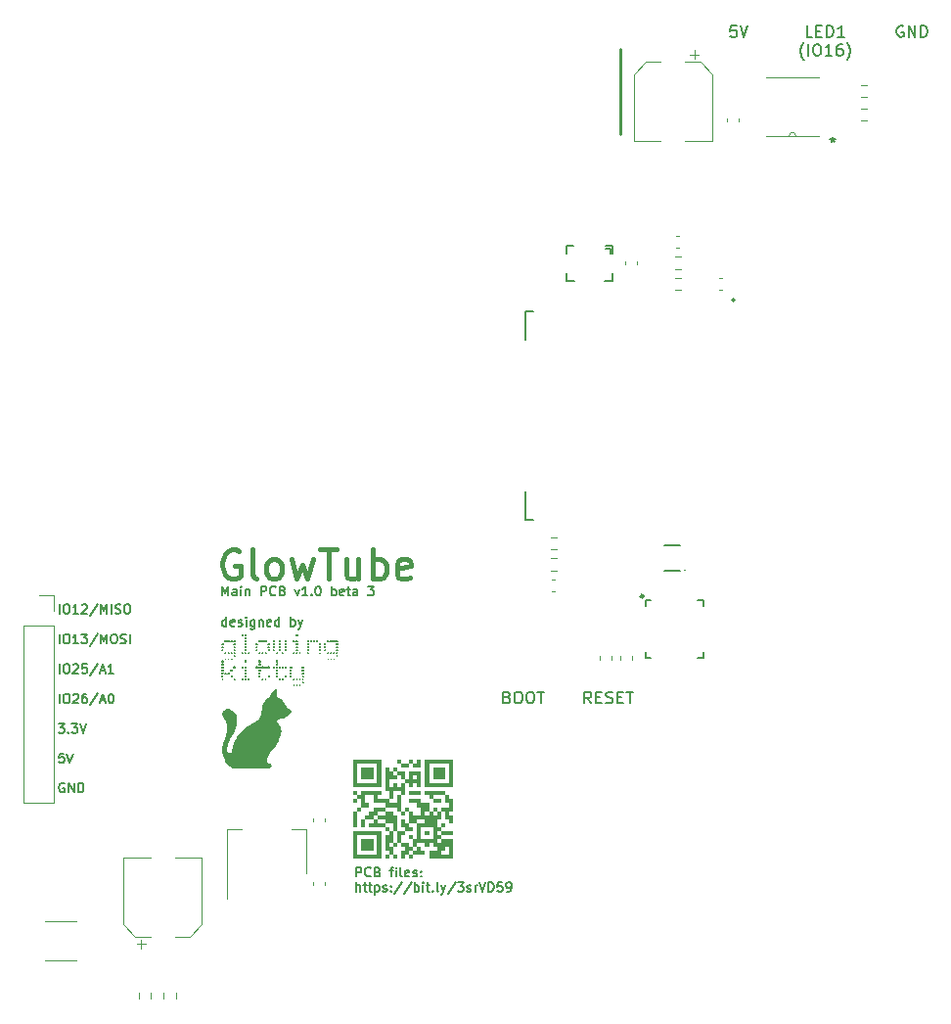
<source format=gbr>
%TF.GenerationSoftware,KiCad,Pcbnew,(6.0.4-0)*%
%TF.CreationDate,2022-05-27T09:48:09+02:00*%
%TF.ProjectId,GlowTube,476c6f77-5475-4626-952e-6b696361645f,rev?*%
%TF.SameCoordinates,Original*%
%TF.FileFunction,Legend,Top*%
%TF.FilePolarity,Positive*%
%FSLAX46Y46*%
G04 Gerber Fmt 4.6, Leading zero omitted, Abs format (unit mm)*
G04 Created by KiCad (PCBNEW (6.0.4-0)) date 2022-05-27 09:48:09*
%MOMM*%
%LPD*%
G01*
G04 APERTURE LIST*
%ADD10C,0.150000*%
%ADD11C,0.400000*%
%ADD12C,0.120000*%
%ADD13C,0.250000*%
%ADD14C,0.200000*%
%ADD15C,0.059995*%
%ADD16C,0.127000*%
%ADD17C,0.254001*%
%ADD18C,0.151994*%
G04 APERTURE END LIST*
D10*
X105416376Y-134618304D02*
X105416376Y-133818304D01*
X105683042Y-134389733D01*
X105949709Y-133818304D01*
X105949709Y-134618304D01*
X106673519Y-134618304D02*
X106673519Y-134199257D01*
X106635423Y-134123066D01*
X106559233Y-134084971D01*
X106406852Y-134084971D01*
X106330661Y-134123066D01*
X106673519Y-134580209D02*
X106597328Y-134618304D01*
X106406852Y-134618304D01*
X106330661Y-134580209D01*
X106292566Y-134504019D01*
X106292566Y-134427828D01*
X106330661Y-134351638D01*
X106406852Y-134313542D01*
X106597328Y-134313542D01*
X106673519Y-134275447D01*
X107054471Y-134618304D02*
X107054471Y-134084971D01*
X107054471Y-133818304D02*
X107016376Y-133856400D01*
X107054471Y-133894495D01*
X107092566Y-133856400D01*
X107054471Y-133818304D01*
X107054471Y-133894495D01*
X107435423Y-134084971D02*
X107435423Y-134618304D01*
X107435423Y-134161161D02*
X107473519Y-134123066D01*
X107549709Y-134084971D01*
X107663995Y-134084971D01*
X107740185Y-134123066D01*
X107778280Y-134199257D01*
X107778280Y-134618304D01*
X108768757Y-134618304D02*
X108768757Y-133818304D01*
X109073519Y-133818304D01*
X109149709Y-133856400D01*
X109187804Y-133894495D01*
X109225900Y-133970685D01*
X109225900Y-134084971D01*
X109187804Y-134161161D01*
X109149709Y-134199257D01*
X109073519Y-134237352D01*
X108768757Y-134237352D01*
X110025900Y-134542114D02*
X109987804Y-134580209D01*
X109873519Y-134618304D01*
X109797328Y-134618304D01*
X109683042Y-134580209D01*
X109606852Y-134504019D01*
X109568757Y-134427828D01*
X109530661Y-134275447D01*
X109530661Y-134161161D01*
X109568757Y-134008780D01*
X109606852Y-133932590D01*
X109683042Y-133856400D01*
X109797328Y-133818304D01*
X109873519Y-133818304D01*
X109987804Y-133856400D01*
X110025900Y-133894495D01*
X110635423Y-134199257D02*
X110749709Y-134237352D01*
X110787804Y-134275447D01*
X110825900Y-134351638D01*
X110825900Y-134465923D01*
X110787804Y-134542114D01*
X110749709Y-134580209D01*
X110673519Y-134618304D01*
X110368757Y-134618304D01*
X110368757Y-133818304D01*
X110635423Y-133818304D01*
X110711614Y-133856400D01*
X110749709Y-133894495D01*
X110787804Y-133970685D01*
X110787804Y-134046876D01*
X110749709Y-134123066D01*
X110711614Y-134161161D01*
X110635423Y-134199257D01*
X110368757Y-134199257D01*
X111702090Y-134084971D02*
X111892566Y-134618304D01*
X112083042Y-134084971D01*
X112806852Y-134618304D02*
X112349709Y-134618304D01*
X112578280Y-134618304D02*
X112578280Y-133818304D01*
X112502090Y-133932590D01*
X112425900Y-134008780D01*
X112349709Y-134046876D01*
X113149709Y-134542114D02*
X113187804Y-134580209D01*
X113149709Y-134618304D01*
X113111614Y-134580209D01*
X113149709Y-134542114D01*
X113149709Y-134618304D01*
X113683042Y-133818304D02*
X113759233Y-133818304D01*
X113835423Y-133856400D01*
X113873519Y-133894495D01*
X113911614Y-133970685D01*
X113949709Y-134123066D01*
X113949709Y-134313542D01*
X113911614Y-134465923D01*
X113873519Y-134542114D01*
X113835423Y-134580209D01*
X113759233Y-134618304D01*
X113683042Y-134618304D01*
X113606852Y-134580209D01*
X113568757Y-134542114D01*
X113530661Y-134465923D01*
X113492566Y-134313542D01*
X113492566Y-134123066D01*
X113530661Y-133970685D01*
X113568757Y-133894495D01*
X113606852Y-133856400D01*
X113683042Y-133818304D01*
X114902090Y-134618304D02*
X114902090Y-133818304D01*
X114902090Y-134123066D02*
X114978280Y-134084971D01*
X115130661Y-134084971D01*
X115206852Y-134123066D01*
X115244947Y-134161161D01*
X115283042Y-134237352D01*
X115283042Y-134465923D01*
X115244947Y-134542114D01*
X115206852Y-134580209D01*
X115130661Y-134618304D01*
X114978280Y-134618304D01*
X114902090Y-134580209D01*
X115930661Y-134580209D02*
X115854471Y-134618304D01*
X115702090Y-134618304D01*
X115625900Y-134580209D01*
X115587804Y-134504019D01*
X115587804Y-134199257D01*
X115625900Y-134123066D01*
X115702090Y-134084971D01*
X115854471Y-134084971D01*
X115930661Y-134123066D01*
X115968757Y-134199257D01*
X115968757Y-134275447D01*
X115587804Y-134351638D01*
X116197328Y-134084971D02*
X116502090Y-134084971D01*
X116311614Y-133818304D02*
X116311614Y-134504019D01*
X116349709Y-134580209D01*
X116425900Y-134618304D01*
X116502090Y-134618304D01*
X117111614Y-134618304D02*
X117111614Y-134199257D01*
X117073519Y-134123066D01*
X116997328Y-134084971D01*
X116844947Y-134084971D01*
X116768757Y-134123066D01*
X117111614Y-134580209D02*
X117035423Y-134618304D01*
X116844947Y-134618304D01*
X116768757Y-134580209D01*
X116730661Y-134504019D01*
X116730661Y-134427828D01*
X116768757Y-134351638D01*
X116844947Y-134313542D01*
X117035423Y-134313542D01*
X117111614Y-134275447D01*
X118025900Y-133818304D02*
X118521138Y-133818304D01*
X118254471Y-134123066D01*
X118368757Y-134123066D01*
X118444947Y-134161161D01*
X118483042Y-134199257D01*
X118521138Y-134275447D01*
X118521138Y-134465923D01*
X118483042Y-134542114D01*
X118444947Y-134580209D01*
X118368757Y-134618304D01*
X118140185Y-134618304D01*
X118063995Y-134580209D01*
X118025900Y-134542114D01*
X91327976Y-136183904D02*
X91327976Y-135383904D01*
X91861309Y-135383904D02*
X92013690Y-135383904D01*
X92089880Y-135422000D01*
X92166071Y-135498190D01*
X92204166Y-135650571D01*
X92204166Y-135917238D01*
X92166071Y-136069619D01*
X92089880Y-136145809D01*
X92013690Y-136183904D01*
X91861309Y-136183904D01*
X91785119Y-136145809D01*
X91708928Y-136069619D01*
X91670833Y-135917238D01*
X91670833Y-135650571D01*
X91708928Y-135498190D01*
X91785119Y-135422000D01*
X91861309Y-135383904D01*
X92966071Y-136183904D02*
X92508928Y-136183904D01*
X92737500Y-136183904D02*
X92737500Y-135383904D01*
X92661309Y-135498190D01*
X92585119Y-135574380D01*
X92508928Y-135612476D01*
X93270833Y-135460095D02*
X93308928Y-135422000D01*
X93385119Y-135383904D01*
X93575595Y-135383904D01*
X93651785Y-135422000D01*
X93689880Y-135460095D01*
X93727976Y-135536285D01*
X93727976Y-135612476D01*
X93689880Y-135726761D01*
X93232738Y-136183904D01*
X93727976Y-136183904D01*
X94642261Y-135345809D02*
X93956547Y-136374380D01*
X94908928Y-136183904D02*
X94908928Y-135383904D01*
X95175595Y-135955333D01*
X95442261Y-135383904D01*
X95442261Y-136183904D01*
X95823214Y-136183904D02*
X95823214Y-135383904D01*
X96166071Y-136145809D02*
X96280357Y-136183904D01*
X96470833Y-136183904D01*
X96547023Y-136145809D01*
X96585119Y-136107714D01*
X96623214Y-136031523D01*
X96623214Y-135955333D01*
X96585119Y-135879142D01*
X96547023Y-135841047D01*
X96470833Y-135802952D01*
X96318452Y-135764857D01*
X96242261Y-135726761D01*
X96204166Y-135688666D01*
X96166071Y-135612476D01*
X96166071Y-135536285D01*
X96204166Y-135460095D01*
X96242261Y-135422000D01*
X96318452Y-135383904D01*
X96508928Y-135383904D01*
X96623214Y-135422000D01*
X97118452Y-135383904D02*
X97270833Y-135383904D01*
X97347023Y-135422000D01*
X97423214Y-135498190D01*
X97461309Y-135650571D01*
X97461309Y-135917238D01*
X97423214Y-136069619D01*
X97347023Y-136145809D01*
X97270833Y-136183904D01*
X97118452Y-136183904D01*
X97042261Y-136145809D01*
X96966071Y-136069619D01*
X96927976Y-135917238D01*
X96927976Y-135650571D01*
X96966071Y-135498190D01*
X97042261Y-135422000D01*
X97118452Y-135383904D01*
X91327976Y-138759904D02*
X91327976Y-137959904D01*
X91861309Y-137959904D02*
X92013690Y-137959904D01*
X92089880Y-137998000D01*
X92166071Y-138074190D01*
X92204166Y-138226571D01*
X92204166Y-138493238D01*
X92166071Y-138645619D01*
X92089880Y-138721809D01*
X92013690Y-138759904D01*
X91861309Y-138759904D01*
X91785119Y-138721809D01*
X91708928Y-138645619D01*
X91670833Y-138493238D01*
X91670833Y-138226571D01*
X91708928Y-138074190D01*
X91785119Y-137998000D01*
X91861309Y-137959904D01*
X92966071Y-138759904D02*
X92508928Y-138759904D01*
X92737500Y-138759904D02*
X92737500Y-137959904D01*
X92661309Y-138074190D01*
X92585119Y-138150380D01*
X92508928Y-138188476D01*
X93232738Y-137959904D02*
X93727976Y-137959904D01*
X93461309Y-138264666D01*
X93575595Y-138264666D01*
X93651785Y-138302761D01*
X93689880Y-138340857D01*
X93727976Y-138417047D01*
X93727976Y-138607523D01*
X93689880Y-138683714D01*
X93651785Y-138721809D01*
X93575595Y-138759904D01*
X93347023Y-138759904D01*
X93270833Y-138721809D01*
X93232738Y-138683714D01*
X94642261Y-137921809D02*
X93956547Y-138950380D01*
X94908928Y-138759904D02*
X94908928Y-137959904D01*
X95175595Y-138531333D01*
X95442261Y-137959904D01*
X95442261Y-138759904D01*
X95975595Y-137959904D02*
X96127976Y-137959904D01*
X96204166Y-137998000D01*
X96280357Y-138074190D01*
X96318452Y-138226571D01*
X96318452Y-138493238D01*
X96280357Y-138645619D01*
X96204166Y-138721809D01*
X96127976Y-138759904D01*
X95975595Y-138759904D01*
X95899404Y-138721809D01*
X95823214Y-138645619D01*
X95785119Y-138493238D01*
X95785119Y-138226571D01*
X95823214Y-138074190D01*
X95899404Y-137998000D01*
X95975595Y-137959904D01*
X96623214Y-138721809D02*
X96737500Y-138759904D01*
X96927976Y-138759904D01*
X97004166Y-138721809D01*
X97042261Y-138683714D01*
X97080357Y-138607523D01*
X97080357Y-138531333D01*
X97042261Y-138455142D01*
X97004166Y-138417047D01*
X96927976Y-138378952D01*
X96775595Y-138340857D01*
X96699404Y-138302761D01*
X96661309Y-138264666D01*
X96623214Y-138188476D01*
X96623214Y-138112285D01*
X96661309Y-138036095D01*
X96699404Y-137998000D01*
X96775595Y-137959904D01*
X96966071Y-137959904D01*
X97080357Y-137998000D01*
X97423214Y-138759904D02*
X97423214Y-137959904D01*
X91327976Y-141335904D02*
X91327976Y-140535904D01*
X91861309Y-140535904D02*
X92013690Y-140535904D01*
X92089880Y-140574000D01*
X92166071Y-140650190D01*
X92204166Y-140802571D01*
X92204166Y-141069238D01*
X92166071Y-141221619D01*
X92089880Y-141297809D01*
X92013690Y-141335904D01*
X91861309Y-141335904D01*
X91785119Y-141297809D01*
X91708928Y-141221619D01*
X91670833Y-141069238D01*
X91670833Y-140802571D01*
X91708928Y-140650190D01*
X91785119Y-140574000D01*
X91861309Y-140535904D01*
X92508928Y-140612095D02*
X92547023Y-140574000D01*
X92623214Y-140535904D01*
X92813690Y-140535904D01*
X92889880Y-140574000D01*
X92927976Y-140612095D01*
X92966071Y-140688285D01*
X92966071Y-140764476D01*
X92927976Y-140878761D01*
X92470833Y-141335904D01*
X92966071Y-141335904D01*
X93689880Y-140535904D02*
X93308928Y-140535904D01*
X93270833Y-140916857D01*
X93308928Y-140878761D01*
X93385119Y-140840666D01*
X93575595Y-140840666D01*
X93651785Y-140878761D01*
X93689880Y-140916857D01*
X93727976Y-140993047D01*
X93727976Y-141183523D01*
X93689880Y-141259714D01*
X93651785Y-141297809D01*
X93575595Y-141335904D01*
X93385119Y-141335904D01*
X93308928Y-141297809D01*
X93270833Y-141259714D01*
X94642261Y-140497809D02*
X93956547Y-141526380D01*
X94870833Y-141107333D02*
X95251785Y-141107333D01*
X94794642Y-141335904D02*
X95061309Y-140535904D01*
X95327976Y-141335904D01*
X96013690Y-141335904D02*
X95556547Y-141335904D01*
X95785119Y-141335904D02*
X95785119Y-140535904D01*
X95708928Y-140650190D01*
X95632738Y-140726380D01*
X95556547Y-140764476D01*
X91327976Y-143911904D02*
X91327976Y-143111904D01*
X91861309Y-143111904D02*
X92013690Y-143111904D01*
X92089880Y-143150000D01*
X92166071Y-143226190D01*
X92204166Y-143378571D01*
X92204166Y-143645238D01*
X92166071Y-143797619D01*
X92089880Y-143873809D01*
X92013690Y-143911904D01*
X91861309Y-143911904D01*
X91785119Y-143873809D01*
X91708928Y-143797619D01*
X91670833Y-143645238D01*
X91670833Y-143378571D01*
X91708928Y-143226190D01*
X91785119Y-143150000D01*
X91861309Y-143111904D01*
X92508928Y-143188095D02*
X92547023Y-143150000D01*
X92623214Y-143111904D01*
X92813690Y-143111904D01*
X92889880Y-143150000D01*
X92927976Y-143188095D01*
X92966071Y-143264285D01*
X92966071Y-143340476D01*
X92927976Y-143454761D01*
X92470833Y-143911904D01*
X92966071Y-143911904D01*
X93651785Y-143111904D02*
X93499404Y-143111904D01*
X93423214Y-143150000D01*
X93385119Y-143188095D01*
X93308928Y-143302380D01*
X93270833Y-143454761D01*
X93270833Y-143759523D01*
X93308928Y-143835714D01*
X93347023Y-143873809D01*
X93423214Y-143911904D01*
X93575595Y-143911904D01*
X93651785Y-143873809D01*
X93689880Y-143835714D01*
X93727976Y-143759523D01*
X93727976Y-143569047D01*
X93689880Y-143492857D01*
X93651785Y-143454761D01*
X93575595Y-143416666D01*
X93423214Y-143416666D01*
X93347023Y-143454761D01*
X93308928Y-143492857D01*
X93270833Y-143569047D01*
X94642261Y-143073809D02*
X93956547Y-144102380D01*
X94870833Y-143683333D02*
X95251785Y-143683333D01*
X94794642Y-143911904D02*
X95061309Y-143111904D01*
X95327976Y-143911904D01*
X95747023Y-143111904D02*
X95823214Y-143111904D01*
X95899404Y-143150000D01*
X95937500Y-143188095D01*
X95975595Y-143264285D01*
X96013690Y-143416666D01*
X96013690Y-143607142D01*
X95975595Y-143759523D01*
X95937500Y-143835714D01*
X95899404Y-143873809D01*
X95823214Y-143911904D01*
X95747023Y-143911904D01*
X95670833Y-143873809D01*
X95632738Y-143835714D01*
X95594642Y-143759523D01*
X95556547Y-143607142D01*
X95556547Y-143416666D01*
X95594642Y-143264285D01*
X95632738Y-143188095D01*
X95670833Y-143150000D01*
X95747023Y-143111904D01*
X91251785Y-145687904D02*
X91747023Y-145687904D01*
X91480357Y-145992666D01*
X91594642Y-145992666D01*
X91670833Y-146030761D01*
X91708928Y-146068857D01*
X91747023Y-146145047D01*
X91747023Y-146335523D01*
X91708928Y-146411714D01*
X91670833Y-146449809D01*
X91594642Y-146487904D01*
X91366071Y-146487904D01*
X91289880Y-146449809D01*
X91251785Y-146411714D01*
X92089880Y-146411714D02*
X92127976Y-146449809D01*
X92089880Y-146487904D01*
X92051785Y-146449809D01*
X92089880Y-146411714D01*
X92089880Y-146487904D01*
X92394642Y-145687904D02*
X92889880Y-145687904D01*
X92623214Y-145992666D01*
X92737500Y-145992666D01*
X92813690Y-146030761D01*
X92851785Y-146068857D01*
X92889880Y-146145047D01*
X92889880Y-146335523D01*
X92851785Y-146411714D01*
X92813690Y-146449809D01*
X92737500Y-146487904D01*
X92508928Y-146487904D01*
X92432738Y-146449809D01*
X92394642Y-146411714D01*
X93118452Y-145687904D02*
X93385119Y-146487904D01*
X93651785Y-145687904D01*
X91708928Y-148263904D02*
X91327976Y-148263904D01*
X91289880Y-148644857D01*
X91327976Y-148606761D01*
X91404166Y-148568666D01*
X91594642Y-148568666D01*
X91670833Y-148606761D01*
X91708928Y-148644857D01*
X91747023Y-148721047D01*
X91747023Y-148911523D01*
X91708928Y-148987714D01*
X91670833Y-149025809D01*
X91594642Y-149063904D01*
X91404166Y-149063904D01*
X91327976Y-149025809D01*
X91289880Y-148987714D01*
X91975595Y-148263904D02*
X92242261Y-149063904D01*
X92508928Y-148263904D01*
X91747023Y-150878000D02*
X91670833Y-150839904D01*
X91556547Y-150839904D01*
X91442261Y-150878000D01*
X91366071Y-150954190D01*
X91327976Y-151030380D01*
X91289880Y-151182761D01*
X91289880Y-151297047D01*
X91327976Y-151449428D01*
X91366071Y-151525619D01*
X91442261Y-151601809D01*
X91556547Y-151639904D01*
X91632738Y-151639904D01*
X91747023Y-151601809D01*
X91785119Y-151563714D01*
X91785119Y-151297047D01*
X91632738Y-151297047D01*
X92127976Y-151639904D02*
X92127976Y-150839904D01*
X92585119Y-151639904D01*
X92585119Y-150839904D01*
X92966071Y-151639904D02*
X92966071Y-150839904D01*
X93156547Y-150839904D01*
X93270833Y-150878000D01*
X93347023Y-150954190D01*
X93385119Y-151030380D01*
X93423214Y-151182761D01*
X93423214Y-151297047D01*
X93385119Y-151449428D01*
X93347023Y-151525619D01*
X93270833Y-151601809D01*
X93156547Y-151639904D01*
X92966071Y-151639904D01*
X164348095Y-85365000D02*
X164252857Y-85317380D01*
X164110000Y-85317380D01*
X163967142Y-85365000D01*
X163871904Y-85460238D01*
X163824285Y-85555476D01*
X163776666Y-85745952D01*
X163776666Y-85888809D01*
X163824285Y-86079285D01*
X163871904Y-86174523D01*
X163967142Y-86269761D01*
X164110000Y-86317380D01*
X164205238Y-86317380D01*
X164348095Y-86269761D01*
X164395714Y-86222142D01*
X164395714Y-85888809D01*
X164205238Y-85888809D01*
X164824285Y-86317380D02*
X164824285Y-85317380D01*
X165395714Y-86317380D01*
X165395714Y-85317380D01*
X165871904Y-86317380D02*
X165871904Y-85317380D01*
X166110000Y-85317380D01*
X166252857Y-85365000D01*
X166348095Y-85460238D01*
X166395714Y-85555476D01*
X166443333Y-85745952D01*
X166443333Y-85888809D01*
X166395714Y-86079285D01*
X166348095Y-86174523D01*
X166252857Y-86269761D01*
X166110000Y-86317380D01*
X165871904Y-86317380D01*
X156500952Y-86317380D02*
X156024761Y-86317380D01*
X156024761Y-85317380D01*
X156834285Y-85793571D02*
X157167619Y-85793571D01*
X157310476Y-86317380D02*
X156834285Y-86317380D01*
X156834285Y-85317380D01*
X157310476Y-85317380D01*
X157739047Y-86317380D02*
X157739047Y-85317380D01*
X157977142Y-85317380D01*
X158120000Y-85365000D01*
X158215238Y-85460238D01*
X158262857Y-85555476D01*
X158310476Y-85745952D01*
X158310476Y-85888809D01*
X158262857Y-86079285D01*
X158215238Y-86174523D01*
X158120000Y-86269761D01*
X157977142Y-86317380D01*
X157739047Y-86317380D01*
X159262857Y-86317380D02*
X158691428Y-86317380D01*
X158977142Y-86317380D02*
X158977142Y-85317380D01*
X158881904Y-85460238D01*
X158786666Y-85555476D01*
X158691428Y-85603095D01*
X155762857Y-88308333D02*
X155715238Y-88260714D01*
X155620000Y-88117857D01*
X155572380Y-88022619D01*
X155524761Y-87879761D01*
X155477142Y-87641666D01*
X155477142Y-87451190D01*
X155524761Y-87213095D01*
X155572380Y-87070238D01*
X155620000Y-86975000D01*
X155715238Y-86832142D01*
X155762857Y-86784523D01*
X156143809Y-87927380D02*
X156143809Y-86927380D01*
X156810476Y-86927380D02*
X157000952Y-86927380D01*
X157096190Y-86975000D01*
X157191428Y-87070238D01*
X157239047Y-87260714D01*
X157239047Y-87594047D01*
X157191428Y-87784523D01*
X157096190Y-87879761D01*
X157000952Y-87927380D01*
X156810476Y-87927380D01*
X156715238Y-87879761D01*
X156620000Y-87784523D01*
X156572380Y-87594047D01*
X156572380Y-87260714D01*
X156620000Y-87070238D01*
X156715238Y-86975000D01*
X156810476Y-86927380D01*
X158191428Y-87927380D02*
X157620000Y-87927380D01*
X157905714Y-87927380D02*
X157905714Y-86927380D01*
X157810476Y-87070238D01*
X157715238Y-87165476D01*
X157620000Y-87213095D01*
X159048571Y-86927380D02*
X158858095Y-86927380D01*
X158762857Y-86975000D01*
X158715238Y-87022619D01*
X158620000Y-87165476D01*
X158572380Y-87355952D01*
X158572380Y-87736904D01*
X158620000Y-87832142D01*
X158667619Y-87879761D01*
X158762857Y-87927380D01*
X158953333Y-87927380D01*
X159048571Y-87879761D01*
X159096190Y-87832142D01*
X159143809Y-87736904D01*
X159143809Y-87498809D01*
X159096190Y-87403571D01*
X159048571Y-87355952D01*
X158953333Y-87308333D01*
X158762857Y-87308333D01*
X158667619Y-87355952D01*
X158620000Y-87403571D01*
X158572380Y-87498809D01*
X159477142Y-88308333D02*
X159524761Y-88260714D01*
X159620000Y-88117857D01*
X159667619Y-88022619D01*
X159715238Y-87879761D01*
X159762857Y-87641666D01*
X159762857Y-87451190D01*
X159715238Y-87213095D01*
X159667619Y-87070238D01*
X159620000Y-86975000D01*
X159524761Y-86832142D01*
X159477142Y-86784523D01*
X137347619Y-143932380D02*
X137014285Y-143456190D01*
X136776190Y-143932380D02*
X136776190Y-142932380D01*
X137157142Y-142932380D01*
X137252380Y-142980000D01*
X137300000Y-143027619D01*
X137347619Y-143122857D01*
X137347619Y-143265714D01*
X137300000Y-143360952D01*
X137252380Y-143408571D01*
X137157142Y-143456190D01*
X136776190Y-143456190D01*
X137776190Y-143408571D02*
X138109523Y-143408571D01*
X138252380Y-143932380D02*
X137776190Y-143932380D01*
X137776190Y-142932380D01*
X138252380Y-142932380D01*
X138633333Y-143884761D02*
X138776190Y-143932380D01*
X139014285Y-143932380D01*
X139109523Y-143884761D01*
X139157142Y-143837142D01*
X139204761Y-143741904D01*
X139204761Y-143646666D01*
X139157142Y-143551428D01*
X139109523Y-143503809D01*
X139014285Y-143456190D01*
X138823809Y-143408571D01*
X138728571Y-143360952D01*
X138680952Y-143313333D01*
X138633333Y-143218095D01*
X138633333Y-143122857D01*
X138680952Y-143027619D01*
X138728571Y-142980000D01*
X138823809Y-142932380D01*
X139061904Y-142932380D01*
X139204761Y-142980000D01*
X139633333Y-143408571D02*
X139966666Y-143408571D01*
X140109523Y-143932380D02*
X139633333Y-143932380D01*
X139633333Y-142932380D01*
X140109523Y-142932380D01*
X140395238Y-142932380D02*
X140966666Y-142932380D01*
X140680952Y-143932380D02*
X140680952Y-142932380D01*
X149909523Y-85317380D02*
X149433333Y-85317380D01*
X149385714Y-85793571D01*
X149433333Y-85745952D01*
X149528571Y-85698333D01*
X149766666Y-85698333D01*
X149861904Y-85745952D01*
X149909523Y-85793571D01*
X149957142Y-85888809D01*
X149957142Y-86126904D01*
X149909523Y-86222142D01*
X149861904Y-86269761D01*
X149766666Y-86317380D01*
X149528571Y-86317380D01*
X149433333Y-86269761D01*
X149385714Y-86222142D01*
X150242857Y-85317380D02*
X150576190Y-86317380D01*
X150909523Y-85317380D01*
D11*
X106861361Y-130771200D02*
X106623266Y-130652152D01*
X106266123Y-130652152D01*
X105908980Y-130771200D01*
X105670885Y-131009295D01*
X105551838Y-131247390D01*
X105432790Y-131723580D01*
X105432790Y-132080723D01*
X105551838Y-132556914D01*
X105670885Y-132795009D01*
X105908980Y-133033104D01*
X106266123Y-133152152D01*
X106504219Y-133152152D01*
X106861361Y-133033104D01*
X106980409Y-132914057D01*
X106980409Y-132080723D01*
X106504219Y-132080723D01*
X108408980Y-133152152D02*
X108170885Y-133033104D01*
X108051838Y-132795009D01*
X108051838Y-130652152D01*
X109718504Y-133152152D02*
X109480409Y-133033104D01*
X109361361Y-132914057D01*
X109242314Y-132675961D01*
X109242314Y-131961676D01*
X109361361Y-131723580D01*
X109480409Y-131604533D01*
X109718504Y-131485485D01*
X110075647Y-131485485D01*
X110313742Y-131604533D01*
X110432790Y-131723580D01*
X110551838Y-131961676D01*
X110551838Y-132675961D01*
X110432790Y-132914057D01*
X110313742Y-133033104D01*
X110075647Y-133152152D01*
X109718504Y-133152152D01*
X111385171Y-131485485D02*
X111861361Y-133152152D01*
X112337552Y-131961676D01*
X112813742Y-133152152D01*
X113289933Y-131485485D01*
X113885171Y-130652152D02*
X115313742Y-130652152D01*
X114599457Y-133152152D02*
X114599457Y-130652152D01*
X117218504Y-131485485D02*
X117218504Y-133152152D01*
X116147076Y-131485485D02*
X116147076Y-132795009D01*
X116266123Y-133033104D01*
X116504219Y-133152152D01*
X116861361Y-133152152D01*
X117099457Y-133033104D01*
X117218504Y-132914057D01*
X118408980Y-133152152D02*
X118408980Y-130652152D01*
X118408980Y-131604533D02*
X118647076Y-131485485D01*
X119123266Y-131485485D01*
X119361361Y-131604533D01*
X119480409Y-131723580D01*
X119599457Y-131961676D01*
X119599457Y-132675961D01*
X119480409Y-132914057D01*
X119361361Y-133033104D01*
X119123266Y-133152152D01*
X118647076Y-133152152D01*
X118408980Y-133033104D01*
X121623266Y-133033104D02*
X121385171Y-133152152D01*
X120908980Y-133152152D01*
X120670885Y-133033104D01*
X120551838Y-132795009D01*
X120551838Y-131842628D01*
X120670885Y-131604533D01*
X120908980Y-131485485D01*
X121385171Y-131485485D01*
X121623266Y-131604533D01*
X121742314Y-131842628D01*
X121742314Y-132080723D01*
X120551838Y-132318819D01*
D10*
X130082857Y-143408571D02*
X130225714Y-143456190D01*
X130273333Y-143503809D01*
X130320952Y-143599047D01*
X130320952Y-143741904D01*
X130273333Y-143837142D01*
X130225714Y-143884761D01*
X130130476Y-143932380D01*
X129749523Y-143932380D01*
X129749523Y-142932380D01*
X130082857Y-142932380D01*
X130178095Y-142980000D01*
X130225714Y-143027619D01*
X130273333Y-143122857D01*
X130273333Y-143218095D01*
X130225714Y-143313333D01*
X130178095Y-143360952D01*
X130082857Y-143408571D01*
X129749523Y-143408571D01*
X130940000Y-142932380D02*
X131130476Y-142932380D01*
X131225714Y-142980000D01*
X131320952Y-143075238D01*
X131368571Y-143265714D01*
X131368571Y-143599047D01*
X131320952Y-143789523D01*
X131225714Y-143884761D01*
X131130476Y-143932380D01*
X130940000Y-143932380D01*
X130844761Y-143884761D01*
X130749523Y-143789523D01*
X130701904Y-143599047D01*
X130701904Y-143265714D01*
X130749523Y-143075238D01*
X130844761Y-142980000D01*
X130940000Y-142932380D01*
X131987619Y-142932380D02*
X132178095Y-142932380D01*
X132273333Y-142980000D01*
X132368571Y-143075238D01*
X132416190Y-143265714D01*
X132416190Y-143599047D01*
X132368571Y-143789523D01*
X132273333Y-143884761D01*
X132178095Y-143932380D01*
X131987619Y-143932380D01*
X131892380Y-143884761D01*
X131797142Y-143789523D01*
X131749523Y-143599047D01*
X131749523Y-143265714D01*
X131797142Y-143075238D01*
X131892380Y-142980000D01*
X131987619Y-142932380D01*
X132701904Y-142932380D02*
X133273333Y-142932380D01*
X132987619Y-143932380D02*
X132987619Y-142932380D01*
X105784633Y-137259904D02*
X105784633Y-136459904D01*
X105784633Y-137221809D02*
X105708442Y-137259904D01*
X105556061Y-137259904D01*
X105479871Y-137221809D01*
X105441776Y-137183714D01*
X105403680Y-137107523D01*
X105403680Y-136878952D01*
X105441776Y-136802761D01*
X105479871Y-136764666D01*
X105556061Y-136726571D01*
X105708442Y-136726571D01*
X105784633Y-136764666D01*
X106470347Y-137221809D02*
X106394157Y-137259904D01*
X106241776Y-137259904D01*
X106165585Y-137221809D01*
X106127490Y-137145619D01*
X106127490Y-136840857D01*
X106165585Y-136764666D01*
X106241776Y-136726571D01*
X106394157Y-136726571D01*
X106470347Y-136764666D01*
X106508442Y-136840857D01*
X106508442Y-136917047D01*
X106127490Y-136993238D01*
X106813204Y-137221809D02*
X106889395Y-137259904D01*
X107041776Y-137259904D01*
X107117966Y-137221809D01*
X107156061Y-137145619D01*
X107156061Y-137107523D01*
X107117966Y-137031333D01*
X107041776Y-136993238D01*
X106927490Y-136993238D01*
X106851300Y-136955142D01*
X106813204Y-136878952D01*
X106813204Y-136840857D01*
X106851300Y-136764666D01*
X106927490Y-136726571D01*
X107041776Y-136726571D01*
X107117966Y-136764666D01*
X107498919Y-137259904D02*
X107498919Y-136726571D01*
X107498919Y-136459904D02*
X107460823Y-136498000D01*
X107498919Y-136536095D01*
X107537014Y-136498000D01*
X107498919Y-136459904D01*
X107498919Y-136536095D01*
X108222728Y-136726571D02*
X108222728Y-137374190D01*
X108184633Y-137450380D01*
X108146538Y-137488476D01*
X108070347Y-137526571D01*
X107956061Y-137526571D01*
X107879871Y-137488476D01*
X108222728Y-137221809D02*
X108146538Y-137259904D01*
X107994157Y-137259904D01*
X107917966Y-137221809D01*
X107879871Y-137183714D01*
X107841776Y-137107523D01*
X107841776Y-136878952D01*
X107879871Y-136802761D01*
X107917966Y-136764666D01*
X107994157Y-136726571D01*
X108146538Y-136726571D01*
X108222728Y-136764666D01*
X108603680Y-136726571D02*
X108603680Y-137259904D01*
X108603680Y-136802761D02*
X108641776Y-136764666D01*
X108717966Y-136726571D01*
X108832252Y-136726571D01*
X108908442Y-136764666D01*
X108946538Y-136840857D01*
X108946538Y-137259904D01*
X109632252Y-137221809D02*
X109556061Y-137259904D01*
X109403680Y-137259904D01*
X109327490Y-137221809D01*
X109289395Y-137145619D01*
X109289395Y-136840857D01*
X109327490Y-136764666D01*
X109403680Y-136726571D01*
X109556061Y-136726571D01*
X109632252Y-136764666D01*
X109670347Y-136840857D01*
X109670347Y-136917047D01*
X109289395Y-136993238D01*
X110356061Y-137259904D02*
X110356061Y-136459904D01*
X110356061Y-137221809D02*
X110279871Y-137259904D01*
X110127490Y-137259904D01*
X110051300Y-137221809D01*
X110013204Y-137183714D01*
X109975109Y-137107523D01*
X109975109Y-136878952D01*
X110013204Y-136802761D01*
X110051300Y-136764666D01*
X110127490Y-136726571D01*
X110279871Y-136726571D01*
X110356061Y-136764666D01*
X111346538Y-137259904D02*
X111346538Y-136459904D01*
X111346538Y-136764666D02*
X111422728Y-136726571D01*
X111575109Y-136726571D01*
X111651300Y-136764666D01*
X111689395Y-136802761D01*
X111727490Y-136878952D01*
X111727490Y-137107523D01*
X111689395Y-137183714D01*
X111651300Y-137221809D01*
X111575109Y-137259904D01*
X111422728Y-137259904D01*
X111346538Y-137221809D01*
X111994157Y-136726571D02*
X112184633Y-137259904D01*
X112375109Y-136726571D02*
X112184633Y-137259904D01*
X112108442Y-137450380D01*
X112070347Y-137488476D01*
X111994157Y-137526571D01*
X117011049Y-158928496D02*
X117011049Y-158128496D01*
X117315811Y-158128496D01*
X117392001Y-158166592D01*
X117430096Y-158204687D01*
X117468192Y-158280877D01*
X117468192Y-158395163D01*
X117430096Y-158471353D01*
X117392001Y-158509449D01*
X117315811Y-158547544D01*
X117011049Y-158547544D01*
X118268192Y-158852306D02*
X118230096Y-158890401D01*
X118115811Y-158928496D01*
X118039620Y-158928496D01*
X117925334Y-158890401D01*
X117849144Y-158814211D01*
X117811049Y-158738020D01*
X117772953Y-158585639D01*
X117772953Y-158471353D01*
X117811049Y-158318972D01*
X117849144Y-158242782D01*
X117925334Y-158166592D01*
X118039620Y-158128496D01*
X118115811Y-158128496D01*
X118230096Y-158166592D01*
X118268192Y-158204687D01*
X118877715Y-158509449D02*
X118992001Y-158547544D01*
X119030096Y-158585639D01*
X119068192Y-158661830D01*
X119068192Y-158776115D01*
X119030096Y-158852306D01*
X118992001Y-158890401D01*
X118915811Y-158928496D01*
X118611049Y-158928496D01*
X118611049Y-158128496D01*
X118877715Y-158128496D01*
X118953906Y-158166592D01*
X118992001Y-158204687D01*
X119030096Y-158280877D01*
X119030096Y-158357068D01*
X118992001Y-158433258D01*
X118953906Y-158471353D01*
X118877715Y-158509449D01*
X118611049Y-158509449D01*
X119906287Y-158395163D02*
X120211049Y-158395163D01*
X120020573Y-158928496D02*
X120020573Y-158242782D01*
X120058668Y-158166592D01*
X120134858Y-158128496D01*
X120211049Y-158128496D01*
X120477715Y-158928496D02*
X120477715Y-158395163D01*
X120477715Y-158128496D02*
X120439620Y-158166592D01*
X120477715Y-158204687D01*
X120515811Y-158166592D01*
X120477715Y-158128496D01*
X120477715Y-158204687D01*
X120972953Y-158928496D02*
X120896763Y-158890401D01*
X120858668Y-158814211D01*
X120858668Y-158128496D01*
X121582477Y-158890401D02*
X121506287Y-158928496D01*
X121353906Y-158928496D01*
X121277715Y-158890401D01*
X121239620Y-158814211D01*
X121239620Y-158509449D01*
X121277715Y-158433258D01*
X121353906Y-158395163D01*
X121506287Y-158395163D01*
X121582477Y-158433258D01*
X121620573Y-158509449D01*
X121620573Y-158585639D01*
X121239620Y-158661830D01*
X121925334Y-158890401D02*
X122001525Y-158928496D01*
X122153906Y-158928496D01*
X122230096Y-158890401D01*
X122268192Y-158814211D01*
X122268192Y-158776115D01*
X122230096Y-158699925D01*
X122153906Y-158661830D01*
X122039620Y-158661830D01*
X121963430Y-158623734D01*
X121925334Y-158547544D01*
X121925334Y-158509449D01*
X121963430Y-158433258D01*
X122039620Y-158395163D01*
X122153906Y-158395163D01*
X122230096Y-158433258D01*
X122611049Y-158852306D02*
X122649144Y-158890401D01*
X122611049Y-158928496D01*
X122572953Y-158890401D01*
X122611049Y-158852306D01*
X122611049Y-158928496D01*
X122611049Y-158433258D02*
X122649144Y-158471353D01*
X122611049Y-158509449D01*
X122572953Y-158471353D01*
X122611049Y-158433258D01*
X122611049Y-158509449D01*
X117011049Y-160216496D02*
X117011049Y-159416496D01*
X117353906Y-160216496D02*
X117353906Y-159797449D01*
X117315811Y-159721258D01*
X117239620Y-159683163D01*
X117125334Y-159683163D01*
X117049144Y-159721258D01*
X117011049Y-159759353D01*
X117620573Y-159683163D02*
X117925334Y-159683163D01*
X117734858Y-159416496D02*
X117734858Y-160102211D01*
X117772953Y-160178401D01*
X117849144Y-160216496D01*
X117925334Y-160216496D01*
X118077715Y-159683163D02*
X118382477Y-159683163D01*
X118192001Y-159416496D02*
X118192001Y-160102211D01*
X118230096Y-160178401D01*
X118306287Y-160216496D01*
X118382477Y-160216496D01*
X118649144Y-159683163D02*
X118649144Y-160483163D01*
X118649144Y-159721258D02*
X118725334Y-159683163D01*
X118877715Y-159683163D01*
X118953906Y-159721258D01*
X118992001Y-159759353D01*
X119030096Y-159835544D01*
X119030096Y-160064115D01*
X118992001Y-160140306D01*
X118953906Y-160178401D01*
X118877715Y-160216496D01*
X118725334Y-160216496D01*
X118649144Y-160178401D01*
X119334858Y-160178401D02*
X119411049Y-160216496D01*
X119563430Y-160216496D01*
X119639620Y-160178401D01*
X119677715Y-160102211D01*
X119677715Y-160064115D01*
X119639620Y-159987925D01*
X119563430Y-159949830D01*
X119449144Y-159949830D01*
X119372953Y-159911734D01*
X119334858Y-159835544D01*
X119334858Y-159797449D01*
X119372953Y-159721258D01*
X119449144Y-159683163D01*
X119563430Y-159683163D01*
X119639620Y-159721258D01*
X120020573Y-160140306D02*
X120058668Y-160178401D01*
X120020573Y-160216496D01*
X119982477Y-160178401D01*
X120020573Y-160140306D01*
X120020573Y-160216496D01*
X120020573Y-159721258D02*
X120058668Y-159759353D01*
X120020573Y-159797449D01*
X119982477Y-159759353D01*
X120020573Y-159721258D01*
X120020573Y-159797449D01*
X120972953Y-159378401D02*
X120287239Y-160406972D01*
X121811049Y-159378401D02*
X121125334Y-160406972D01*
X122077715Y-160216496D02*
X122077715Y-159416496D01*
X122077715Y-159721258D02*
X122153906Y-159683163D01*
X122306287Y-159683163D01*
X122382477Y-159721258D01*
X122420573Y-159759353D01*
X122458668Y-159835544D01*
X122458668Y-160064115D01*
X122420573Y-160140306D01*
X122382477Y-160178401D01*
X122306287Y-160216496D01*
X122153906Y-160216496D01*
X122077715Y-160178401D01*
X122801525Y-160216496D02*
X122801525Y-159683163D01*
X122801525Y-159416496D02*
X122763430Y-159454592D01*
X122801525Y-159492687D01*
X122839620Y-159454592D01*
X122801525Y-159416496D01*
X122801525Y-159492687D01*
X123068192Y-159683163D02*
X123372953Y-159683163D01*
X123182477Y-159416496D02*
X123182477Y-160102211D01*
X123220573Y-160178401D01*
X123296763Y-160216496D01*
X123372953Y-160216496D01*
X123639620Y-160140306D02*
X123677715Y-160178401D01*
X123639620Y-160216496D01*
X123601525Y-160178401D01*
X123639620Y-160140306D01*
X123639620Y-160216496D01*
X124134858Y-160216496D02*
X124058668Y-160178401D01*
X124020573Y-160102211D01*
X124020573Y-159416496D01*
X124363430Y-159683163D02*
X124553906Y-160216496D01*
X124744382Y-159683163D02*
X124553906Y-160216496D01*
X124477715Y-160406972D01*
X124439620Y-160445068D01*
X124363430Y-160483163D01*
X125620573Y-159378401D02*
X124934858Y-160406972D01*
X125811049Y-159416496D02*
X126306287Y-159416496D01*
X126039620Y-159721258D01*
X126153906Y-159721258D01*
X126230096Y-159759353D01*
X126268192Y-159797449D01*
X126306287Y-159873639D01*
X126306287Y-160064115D01*
X126268192Y-160140306D01*
X126230096Y-160178401D01*
X126153906Y-160216496D01*
X125925334Y-160216496D01*
X125849144Y-160178401D01*
X125811049Y-160140306D01*
X126611049Y-160178401D02*
X126687239Y-160216496D01*
X126839620Y-160216496D01*
X126915811Y-160178401D01*
X126953906Y-160102211D01*
X126953906Y-160064115D01*
X126915811Y-159987925D01*
X126839620Y-159949830D01*
X126725334Y-159949830D01*
X126649144Y-159911734D01*
X126611049Y-159835544D01*
X126611049Y-159797449D01*
X126649144Y-159721258D01*
X126725334Y-159683163D01*
X126839620Y-159683163D01*
X126915811Y-159721258D01*
X127296763Y-160216496D02*
X127296763Y-159683163D01*
X127296763Y-159835544D02*
X127334858Y-159759353D01*
X127372953Y-159721258D01*
X127449144Y-159683163D01*
X127525334Y-159683163D01*
X127677715Y-159416496D02*
X127944382Y-160216496D01*
X128211049Y-159416496D01*
X128477715Y-160216496D02*
X128477715Y-159416496D01*
X128668192Y-159416496D01*
X128782477Y-159454592D01*
X128858668Y-159530782D01*
X128896763Y-159606972D01*
X128934858Y-159759353D01*
X128934858Y-159873639D01*
X128896763Y-160026020D01*
X128858668Y-160102211D01*
X128782477Y-160178401D01*
X128668192Y-160216496D01*
X128477715Y-160216496D01*
X129658668Y-159416496D02*
X129277715Y-159416496D01*
X129239620Y-159797449D01*
X129277715Y-159759353D01*
X129353906Y-159721258D01*
X129544382Y-159721258D01*
X129620573Y-159759353D01*
X129658668Y-159797449D01*
X129696763Y-159873639D01*
X129696763Y-160064115D01*
X129658668Y-160140306D01*
X129620573Y-160178401D01*
X129544382Y-160216496D01*
X129353906Y-160216496D01*
X129277715Y-160178401D01*
X129239620Y-160140306D01*
X130077715Y-160216496D02*
X130230096Y-160216496D01*
X130306287Y-160178401D01*
X130344382Y-160140306D01*
X130420573Y-160026020D01*
X130458668Y-159873639D01*
X130458668Y-159568877D01*
X130420573Y-159492687D01*
X130382477Y-159454592D01*
X130306287Y-159416496D01*
X130153906Y-159416496D01*
X130077715Y-159454592D01*
X130039620Y-159492687D01*
X130001525Y-159568877D01*
X130001525Y-159759353D01*
X130039620Y-159835544D01*
X130077715Y-159873639D01*
X130153906Y-159911734D01*
X130306287Y-159911734D01*
X130382477Y-159873639D01*
X130420573Y-159835544D01*
X130458668Y-159759353D01*
%TO.C,U1*%
X158260000Y-95002380D02*
X158260000Y-95240476D01*
X158021904Y-95145238D02*
X158260000Y-95240476D01*
X158498095Y-95145238D01*
X158117142Y-95430952D02*
X158260000Y-95240476D01*
X158402857Y-95430952D01*
D12*
%TO.C,R2*%
X100367500Y-168995276D02*
X100367500Y-169504724D01*
X101412500Y-168995276D02*
X101412500Y-169504724D01*
%TO.C,G\u002A\u002A\u002A*%
G36*
X115138202Y-140055882D02*
G01*
X115158978Y-140068601D01*
X115170645Y-140095698D01*
X115172036Y-140101027D01*
X115171465Y-140141065D01*
X115152559Y-140172898D01*
X115121799Y-140192691D01*
X115085667Y-140196613D01*
X115050645Y-140180830D01*
X115045313Y-140175957D01*
X115025993Y-140141667D01*
X115027209Y-140105069D01*
X115045699Y-140073545D01*
X115078200Y-140054476D01*
X115100124Y-140051947D01*
X115138202Y-140055882D01*
G37*
G36*
X110925151Y-139260854D02*
G01*
X110965181Y-139266474D01*
X110988972Y-139279586D01*
X111002127Y-139297694D01*
X111015189Y-139341259D01*
X111007966Y-139380640D01*
X110985468Y-139412379D01*
X110952706Y-139433019D01*
X110914689Y-139439102D01*
X110876427Y-139427170D01*
X110849534Y-139403000D01*
X110829418Y-139365269D01*
X110829406Y-139330350D01*
X110842756Y-139288647D01*
X110865608Y-139266701D01*
X110903984Y-139260141D01*
X110925151Y-139260854D01*
G37*
G36*
X110967740Y-138730362D02*
G01*
X111002940Y-138757826D01*
X111023082Y-138800396D01*
X111023706Y-138854560D01*
X111023510Y-138855624D01*
X111011075Y-138890715D01*
X110984854Y-138912514D01*
X110971307Y-138918770D01*
X110938241Y-138931598D01*
X110915675Y-138934744D01*
X110890513Y-138928700D01*
X110873089Y-138922467D01*
X110841012Y-138898112D01*
X110821498Y-138857410D01*
X110817686Y-138807918D01*
X110819755Y-138794032D01*
X110836880Y-138758083D01*
X110870016Y-138734796D01*
X110921946Y-138721514D01*
X110967740Y-138730362D01*
G37*
G36*
X106539051Y-138471254D02*
G01*
X106566102Y-138488744D01*
X106583557Y-138522604D01*
X106590656Y-138567165D01*
X106587145Y-138611648D01*
X106572769Y-138645276D01*
X106569861Y-138648519D01*
X106538837Y-138665494D01*
X106494869Y-138674309D01*
X106449786Y-138673622D01*
X106421022Y-138665407D01*
X106391526Y-138637474D01*
X106375444Y-138596004D01*
X106373349Y-138549718D01*
X106385817Y-138507338D01*
X106408841Y-138480511D01*
X106448189Y-138464753D01*
X106495175Y-138461855D01*
X106539051Y-138471254D01*
G37*
G36*
X106279065Y-138471016D02*
G01*
X106315451Y-138497829D01*
X106332392Y-138540439D01*
X106328703Y-138597147D01*
X106326037Y-138607716D01*
X106302984Y-138648134D01*
X106263890Y-138672588D01*
X106214338Y-138678995D01*
X106165432Y-138667619D01*
X106137918Y-138644374D01*
X106118792Y-138605945D01*
X106112159Y-138562483D01*
X106114755Y-138542248D01*
X106133482Y-138496939D01*
X106164663Y-138471300D01*
X106212935Y-138461924D01*
X106224416Y-138461700D01*
X106279065Y-138471016D01*
G37*
G36*
X105752905Y-141259941D02*
G01*
X105785414Y-141289559D01*
X105799856Y-141336683D01*
X105800440Y-141350452D01*
X105792039Y-141398322D01*
X105765946Y-141428252D01*
X105720828Y-141441472D01*
X105700587Y-141442378D01*
X105659960Y-141437982D01*
X105634560Y-141422359D01*
X105627724Y-141413824D01*
X105608086Y-141367858D01*
X105609419Y-141322553D01*
X105628965Y-141283840D01*
X105663964Y-141257649D01*
X105704082Y-141249662D01*
X105752905Y-141259941D01*
G37*
G36*
X108703299Y-140195210D02*
G01*
X108709350Y-140197279D01*
X108746446Y-140214447D01*
X108767540Y-140238688D01*
X108777161Y-140262431D01*
X108786353Y-140320732D01*
X108775315Y-140371100D01*
X108745674Y-140408765D01*
X108722828Y-140422008D01*
X108692405Y-140434034D01*
X108670905Y-140437877D01*
X108646240Y-140433967D01*
X108616872Y-140425766D01*
X108574981Y-140401519D01*
X108548866Y-140360546D01*
X108541105Y-140308169D01*
X108545227Y-140277991D01*
X108558567Y-140241377D01*
X108583061Y-140216949D01*
X108606822Y-140203703D01*
X108641735Y-140188836D01*
X108669078Y-140186307D01*
X108703299Y-140195210D01*
G37*
G36*
X107467024Y-138723864D02*
G01*
X107507190Y-138743231D01*
X107536129Y-138778245D01*
X107547718Y-138825896D01*
X107547734Y-138827861D01*
X107540858Y-138866389D01*
X107525250Y-138897061D01*
X107492798Y-138920030D01*
X107449731Y-138932064D01*
X107409637Y-138929577D01*
X107406409Y-138928429D01*
X107366274Y-138902902D01*
X107345949Y-138863614D01*
X107342170Y-138826802D01*
X107345873Y-138786656D01*
X107360342Y-138759763D01*
X107377497Y-138744122D01*
X107421752Y-138723157D01*
X107467024Y-138723864D01*
G37*
G36*
X109466243Y-138990153D02*
G01*
X109504956Y-139009699D01*
X109531147Y-139044698D01*
X109539135Y-139084816D01*
X109528855Y-139133639D01*
X109499238Y-139166148D01*
X109452113Y-139180590D01*
X109438344Y-139181174D01*
X109391999Y-139173514D01*
X109367682Y-139157679D01*
X109350252Y-139123321D01*
X109345722Y-139080296D01*
X109353585Y-139038960D01*
X109373335Y-139009666D01*
X109374973Y-139008458D01*
X109420939Y-138988820D01*
X109466243Y-138990153D01*
G37*
G36*
X105486789Y-139261864D02*
G01*
X105513351Y-139273102D01*
X105518272Y-139278114D01*
X105532985Y-139312988D01*
X105533923Y-139356929D01*
X105521666Y-139397690D01*
X105511944Y-139411794D01*
X105479060Y-139431984D01*
X105437417Y-139437720D01*
X105398601Y-139428446D01*
X105383825Y-139417959D01*
X105359131Y-139377260D01*
X105354607Y-139330458D01*
X105365268Y-139297694D01*
X105382860Y-139275736D01*
X105409511Y-139264707D01*
X105442244Y-139260854D01*
X105486789Y-139261864D01*
G37*
G36*
X106529887Y-139265895D02*
G01*
X106551116Y-139278450D01*
X106568066Y-139310621D01*
X106571640Y-139352103D01*
X106562494Y-139391923D01*
X106542751Y-139418129D01*
X106498936Y-139435830D01*
X106453515Y-139433386D01*
X106417132Y-139412433D01*
X106396951Y-139377301D01*
X106392044Y-139334697D01*
X106402592Y-139295536D01*
X106414932Y-139279523D01*
X106447571Y-139263581D01*
X106489849Y-139259007D01*
X106529887Y-139265895D01*
G37*
G36*
X105714022Y-138462047D02*
G01*
X105756800Y-138470817D01*
X105787097Y-138486910D01*
X105787592Y-138487395D01*
X105809323Y-138525179D01*
X105815002Y-138572023D01*
X105805123Y-138617929D01*
X105780175Y-138652894D01*
X105779436Y-138653484D01*
X105732353Y-138676440D01*
X105682306Y-138677828D01*
X105637094Y-138657896D01*
X105626411Y-138648576D01*
X105602929Y-138609405D01*
X105596095Y-138561943D01*
X105605290Y-138515227D01*
X105629894Y-138478295D01*
X105638555Y-138471533D01*
X105670646Y-138461864D01*
X105714022Y-138462047D01*
G37*
G36*
X114636494Y-138469643D02*
G01*
X114671797Y-138494205D01*
X114688948Y-138536492D01*
X114691082Y-138565066D01*
X114680698Y-138615881D01*
X114653310Y-138653875D01*
X114614566Y-138676524D01*
X114570113Y-138681304D01*
X114525601Y-138665691D01*
X114504206Y-138648576D01*
X114480074Y-138613200D01*
X114472680Y-138567260D01*
X114472671Y-138565066D01*
X114481062Y-138513369D01*
X114507013Y-138479954D01*
X114551688Y-138463720D01*
X114581877Y-138461700D01*
X114636494Y-138469643D01*
G37*
G36*
X108457591Y-139269075D02*
G01*
X108486859Y-139299486D01*
X108498394Y-139346446D01*
X108498467Y-139351053D01*
X108487599Y-139392782D01*
X108459301Y-139422185D01*
X108420036Y-139436400D01*
X108376264Y-139432561D01*
X108347153Y-139418129D01*
X108327721Y-139397470D01*
X108319546Y-139366039D01*
X108318599Y-139341494D01*
X108324086Y-139297762D01*
X108343249Y-139271782D01*
X108380136Y-139259997D01*
X108413384Y-139258260D01*
X108457591Y-139269075D01*
G37*
G36*
X110444859Y-138731490D02*
G01*
X110445620Y-138731776D01*
X110478402Y-138748234D01*
X110495651Y-138770878D01*
X110501994Y-138807621D01*
X110502519Y-138829082D01*
X110492393Y-138879570D01*
X110463475Y-138914146D01*
X110418607Y-138930766D01*
X110364716Y-138928247D01*
X110330157Y-138909581D01*
X110307034Y-138874544D01*
X110297543Y-138830744D01*
X110303881Y-138785787D01*
X110316440Y-138761074D01*
X110349831Y-138734025D01*
X110395585Y-138723495D01*
X110444859Y-138731490D01*
G37*
G36*
X114881237Y-139525909D02*
G01*
X114910993Y-139555960D01*
X114922312Y-139602320D01*
X114922342Y-139605150D01*
X114917066Y-139645658D01*
X114898758Y-139671332D01*
X114893788Y-139675084D01*
X114849599Y-139693325D01*
X114807036Y-139687506D01*
X114781017Y-139669388D01*
X114760084Y-139633556D01*
X114757632Y-139592965D01*
X114771073Y-139554874D01*
X114797822Y-139526540D01*
X114835290Y-139515219D01*
X114835973Y-139515215D01*
X114881237Y-139525909D01*
G37*
G36*
X108980125Y-140732461D02*
G01*
X109007174Y-140749954D01*
X109023700Y-140782825D01*
X109030446Y-140827003D01*
X109027241Y-140871659D01*
X109013919Y-140905960D01*
X109009682Y-140910973D01*
X108980563Y-140926578D01*
X108937929Y-140935456D01*
X108893415Y-140936150D01*
X108863025Y-140929320D01*
X108834585Y-140904562D01*
X108818140Y-140865222D01*
X108814280Y-140819743D01*
X108823596Y-140776570D01*
X108846677Y-140744145D01*
X108849913Y-140741715D01*
X108889263Y-140725955D01*
X108936250Y-140723058D01*
X108980125Y-140732461D01*
G37*
G36*
X109940673Y-138471016D02*
G01*
X109977060Y-138497829D01*
X109994001Y-138540439D01*
X109990312Y-138597147D01*
X109987645Y-138607716D01*
X109964592Y-138648134D01*
X109925498Y-138672588D01*
X109875946Y-138678995D01*
X109827041Y-138667619D01*
X109799527Y-138644374D01*
X109780401Y-138605945D01*
X109773767Y-138562483D01*
X109776364Y-138542248D01*
X109795091Y-138496939D01*
X109826272Y-138471300D01*
X109874543Y-138461924D01*
X109886024Y-138461700D01*
X109940673Y-138471016D01*
G37*
G36*
X114883555Y-138465359D02*
G01*
X114921656Y-138486719D01*
X114922342Y-138487395D01*
X114944072Y-138525179D01*
X114949752Y-138572023D01*
X114939873Y-138617929D01*
X114914925Y-138652894D01*
X114914185Y-138653484D01*
X114867103Y-138676440D01*
X114817056Y-138677828D01*
X114771844Y-138657896D01*
X114761161Y-138648576D01*
X114735332Y-138606102D01*
X114730753Y-138556619D01*
X114747673Y-138507926D01*
X114756254Y-138495552D01*
X114790853Y-138470267D01*
X114836621Y-138460039D01*
X114883555Y-138465359D01*
G37*
G36*
X108939354Y-139520377D02*
G01*
X108983067Y-139537941D01*
X109005514Y-139569813D01*
X109007325Y-139616903D01*
X109007163Y-139617955D01*
X108990108Y-139663118D01*
X108959565Y-139689187D01*
X108920999Y-139694422D01*
X108879874Y-139677082D01*
X108864044Y-139663549D01*
X108837714Y-139625434D01*
X108836845Y-139588002D01*
X108861461Y-139549455D01*
X108865480Y-139545315D01*
X108894254Y-139522764D01*
X108923471Y-139518051D01*
X108939354Y-139520377D01*
G37*
G36*
X111679578Y-138471395D02*
G01*
X111715511Y-138499313D01*
X111732239Y-138543699D01*
X111731709Y-138583622D01*
X111714330Y-138632949D01*
X111681088Y-138666022D01*
X111637622Y-138680656D01*
X111589571Y-138674662D01*
X111551540Y-138653484D01*
X111526255Y-138618884D01*
X111516027Y-138573117D01*
X111521348Y-138526182D01*
X111542707Y-138488081D01*
X111543384Y-138487395D01*
X111576925Y-138467682D01*
X111625962Y-138461700D01*
X111679578Y-138471395D01*
G37*
G36*
X111907316Y-138990153D02*
G01*
X111946029Y-139009699D01*
X111972220Y-139044698D01*
X111980207Y-139084816D01*
X111969928Y-139133639D01*
X111940310Y-139166148D01*
X111893186Y-139180590D01*
X111879417Y-139181174D01*
X111833072Y-139173514D01*
X111808754Y-139157679D01*
X111791324Y-139123321D01*
X111786794Y-139080296D01*
X111794657Y-139038960D01*
X111814408Y-139009666D01*
X111816045Y-139008458D01*
X111862011Y-138988820D01*
X111907316Y-138990153D01*
G37*
G36*
X115134136Y-139525594D02*
G01*
X115165949Y-139551712D01*
X115185052Y-139586048D01*
X115186403Y-139615432D01*
X115166137Y-139657769D01*
X115133014Y-139684607D01*
X115093576Y-139693567D01*
X115054363Y-139682271D01*
X115037972Y-139669388D01*
X115016516Y-139632853D01*
X115014355Y-139592022D01*
X115028782Y-139554041D01*
X115057091Y-139526057D01*
X115096371Y-139515215D01*
X115134136Y-139525594D01*
G37*
G36*
X110692520Y-139522322D02*
G01*
X110725696Y-139545376D01*
X110744619Y-139583898D01*
X110746823Y-139605150D01*
X110736233Y-139649532D01*
X110708618Y-139679847D01*
X110670217Y-139692943D01*
X110627267Y-139685672D01*
X110608357Y-139675084D01*
X110587306Y-139651113D01*
X110579957Y-139613950D01*
X110579803Y-139605150D01*
X110585078Y-139564641D01*
X110603386Y-139538968D01*
X110608357Y-139535216D01*
X110651328Y-139517885D01*
X110692520Y-139522322D01*
G37*
G36*
X115138244Y-138465850D02*
G01*
X115174870Y-138480601D01*
X115201237Y-138513935D01*
X115210255Y-138561699D01*
X115203477Y-138609001D01*
X115180601Y-138648755D01*
X115141562Y-138672613D01*
X115091761Y-138678656D01*
X115040997Y-138666794D01*
X115011040Y-138642256D01*
X114994199Y-138602981D01*
X114991343Y-138556824D01*
X115003344Y-138511641D01*
X115020844Y-138485027D01*
X115050517Y-138468360D01*
X115093217Y-138461865D01*
X115138244Y-138465850D01*
G37*
G36*
X106272578Y-139537781D02*
G01*
X106284045Y-139547981D01*
X106307469Y-139586356D01*
X106306410Y-139627077D01*
X106281217Y-139665883D01*
X106273836Y-139672600D01*
X106239816Y-139691535D01*
X106201303Y-139690295D01*
X106177367Y-139682254D01*
X106148502Y-139657919D01*
X106137251Y-139617349D01*
X106140992Y-139579059D01*
X106160124Y-139539770D01*
X106192416Y-139518928D01*
X106231892Y-139517833D01*
X106272578Y-139537781D01*
G37*
G36*
X111937205Y-137938238D02*
G01*
X111976819Y-137969058D01*
X112000942Y-138014856D01*
X112005903Y-138051588D01*
X111994728Y-138104248D01*
X111964031Y-138144059D01*
X111918053Y-138167947D01*
X111861036Y-138172839D01*
X111842350Y-138170130D01*
X111805032Y-138150661D01*
X111777160Y-138112764D01*
X111763083Y-138063192D01*
X111762204Y-138045627D01*
X111769749Y-137992701D01*
X111793481Y-137956958D01*
X111831879Y-137935163D01*
X111887193Y-137925803D01*
X111937205Y-137938238D01*
G37*
G36*
X111664560Y-142320729D02*
G01*
X111677601Y-142328304D01*
X111693798Y-142356287D01*
X111696084Y-142393655D01*
X111684485Y-142428207D01*
X111677368Y-142437161D01*
X111646679Y-142453436D01*
X111608995Y-142455984D01*
X111576520Y-142444749D01*
X111568710Y-142437633D01*
X111556976Y-142409333D01*
X111554073Y-142371835D01*
X111560101Y-142337986D01*
X111567842Y-142324971D01*
X111593376Y-142314083D01*
X111629858Y-142312798D01*
X111664560Y-142320729D01*
G37*
G36*
X106498282Y-139520377D02*
G01*
X106541995Y-139537941D01*
X106564441Y-139569813D01*
X106566253Y-139616903D01*
X106566091Y-139617955D01*
X106549035Y-139663118D01*
X106518493Y-139689187D01*
X106479927Y-139694422D01*
X106438801Y-139677082D01*
X106422972Y-139663549D01*
X106396641Y-139625434D01*
X106395773Y-139588002D01*
X106420389Y-139549455D01*
X106424408Y-139545315D01*
X106453182Y-139522764D01*
X106482398Y-139518051D01*
X106498282Y-139520377D01*
G37*
G36*
X109470541Y-138724619D02*
G01*
X109509897Y-138743072D01*
X109535255Y-138776517D01*
X109546108Y-138818078D01*
X109541949Y-138860878D01*
X109522273Y-138898040D01*
X109486572Y-138922689D01*
X109485170Y-138923191D01*
X109456238Y-138932695D01*
X109436723Y-138934709D01*
X109412394Y-138929627D01*
X109397810Y-138925607D01*
X109363867Y-138904590D01*
X109343619Y-138868983D01*
X109337395Y-138826140D01*
X109345520Y-138783414D01*
X109368323Y-138748161D01*
X109389267Y-138733617D01*
X109438576Y-138722307D01*
X109470541Y-138724619D01*
G37*
G36*
X115411867Y-139531143D02*
G01*
X115433676Y-139551686D01*
X115441613Y-139588304D01*
X115442092Y-139606749D01*
X115432540Y-139654112D01*
X115407380Y-139684425D01*
X115371854Y-139695655D01*
X115331202Y-139685769D01*
X115299331Y-139662113D01*
X115276780Y-139633339D01*
X115272067Y-139604122D01*
X115274392Y-139588238D01*
X115292089Y-139544448D01*
X115324142Y-139521939D01*
X115370904Y-139520256D01*
X115411867Y-139531143D01*
G37*
G36*
X114871698Y-140057856D02*
G01*
X114890183Y-140067636D01*
X114904461Y-140093245D01*
X114908997Y-140129980D01*
X114903349Y-140165014D01*
X114894077Y-140180729D01*
X114866201Y-140194269D01*
X114830100Y-140195708D01*
X114797324Y-140186015D01*
X114781469Y-140171295D01*
X114767722Y-140126339D01*
X114774572Y-140087926D01*
X114799518Y-140061278D01*
X114838832Y-140051609D01*
X114871698Y-140057856D01*
G37*
G36*
X110191496Y-141527099D02*
G01*
X110212724Y-141539654D01*
X110229674Y-141571825D01*
X110233248Y-141613307D01*
X110224102Y-141653127D01*
X110204359Y-141679333D01*
X110160544Y-141697034D01*
X110115123Y-141694590D01*
X110078740Y-141673637D01*
X110058559Y-141638505D01*
X110053653Y-141595901D01*
X110064201Y-141556740D01*
X110076540Y-141540727D01*
X110109180Y-141524785D01*
X110151457Y-141520211D01*
X110191496Y-141527099D01*
G37*
G36*
X112891439Y-139263748D02*
G01*
X112917420Y-139282910D01*
X112929204Y-139319797D01*
X112930941Y-139353045D01*
X112920173Y-139394575D01*
X112892435Y-139423825D01*
X112854573Y-139438157D01*
X112813434Y-139434934D01*
X112776768Y-139412433D01*
X112755355Y-139374395D01*
X112753675Y-139328861D01*
X112771072Y-139286815D01*
X112791732Y-139267382D01*
X112823162Y-139259208D01*
X112847707Y-139258260D01*
X112891439Y-139263748D01*
G37*
G36*
X105745173Y-140061408D02*
G01*
X105768960Y-140089997D01*
X105774745Y-140124487D01*
X105767387Y-140166564D01*
X105743624Y-140189583D01*
X105704082Y-140196146D01*
X105670815Y-140191445D01*
X105648837Y-140180729D01*
X105636374Y-140153614D01*
X105634380Y-140116512D01*
X105642415Y-140082248D01*
X105652730Y-140067636D01*
X105680492Y-140054961D01*
X105704082Y-140051609D01*
X105745173Y-140061408D01*
G37*
G36*
X105492881Y-138997713D02*
G01*
X105517790Y-139014153D01*
X105538646Y-139051207D01*
X105543485Y-139084816D01*
X105533205Y-139133639D01*
X105503588Y-139166148D01*
X105456463Y-139180590D01*
X105442694Y-139181174D01*
X105396350Y-139173514D01*
X105372032Y-139157679D01*
X105357608Y-139129152D01*
X105350841Y-139090976D01*
X105350769Y-139087016D01*
X105360980Y-139037061D01*
X105390079Y-139003577D01*
X105435761Y-138988923D01*
X105447127Y-138988458D01*
X105492881Y-138997713D01*
G37*
G36*
X107492324Y-139267723D02*
G01*
X107522970Y-139295446D01*
X107534781Y-139340431D01*
X107534886Y-139345994D01*
X107524163Y-139390617D01*
X107496093Y-139421905D01*
X107456825Y-139436929D01*
X107412507Y-139432756D01*
X107383572Y-139418129D01*
X107362467Y-139394042D01*
X107355156Y-139356685D01*
X107355018Y-139348384D01*
X107362965Y-139299956D01*
X107387817Y-139270568D01*
X107431092Y-139258681D01*
X107443878Y-139258260D01*
X107492324Y-139267723D01*
G37*
G36*
X105989622Y-141251502D02*
G01*
X106028841Y-141269662D01*
X106049633Y-141298058D01*
X106058422Y-141338915D01*
X106054858Y-141381794D01*
X106038593Y-141416255D01*
X106033900Y-141421115D01*
X105998002Y-141438529D01*
X105952866Y-141441494D01*
X105910251Y-141430371D01*
X105890374Y-141416682D01*
X105869518Y-141379629D01*
X105864679Y-141346020D01*
X105875453Y-141299990D01*
X105903822Y-141267055D01*
X105943855Y-141249973D01*
X105989622Y-141251502D01*
G37*
G36*
X111666206Y-141787992D02*
G01*
X111695713Y-141817701D01*
X111709982Y-141858033D01*
X111710405Y-141866353D01*
X111699859Y-141910574D01*
X111672476Y-141940806D01*
X111634637Y-141954064D01*
X111592726Y-141947365D01*
X111568488Y-141932697D01*
X111544476Y-141899352D01*
X111540092Y-141860166D01*
X111552676Y-141822085D01*
X111579570Y-141792056D01*
X111618113Y-141777025D01*
X111628318Y-141776419D01*
X111666206Y-141787992D01*
G37*
G36*
X105474891Y-140985823D02*
G01*
X105514247Y-141004276D01*
X105539605Y-141037721D01*
X105550458Y-141079281D01*
X105546299Y-141122081D01*
X105526623Y-141159244D01*
X105490922Y-141183893D01*
X105489520Y-141184395D01*
X105459989Y-141193463D01*
X105442466Y-141196595D01*
X105441998Y-141196521D01*
X105424534Y-141192966D01*
X105404696Y-141189115D01*
X105376751Y-141172361D01*
X105354462Y-141140156D01*
X105340940Y-141087802D01*
X105349584Y-141041735D01*
X105376930Y-141006393D01*
X105419517Y-140986214D01*
X105473880Y-140985637D01*
X105474891Y-140985823D01*
G37*
G36*
X115408767Y-138467621D02*
G01*
X115438147Y-138483078D01*
X115439165Y-138484184D01*
X115465811Y-138531745D01*
X115467828Y-138586130D01*
X115461618Y-138610448D01*
X115436060Y-138651620D01*
X115395250Y-138675031D01*
X115343985Y-138678991D01*
X115299747Y-138667459D01*
X115271516Y-138643587D01*
X115255054Y-138604941D01*
X115250948Y-138559884D01*
X115259783Y-138516775D01*
X115282146Y-138483977D01*
X115286636Y-138480511D01*
X115322414Y-138466083D01*
X115366657Y-138461871D01*
X115408767Y-138467621D01*
G37*
G36*
X110925151Y-141522057D02*
G01*
X110965181Y-141527678D01*
X110988972Y-141540789D01*
X111002127Y-141558898D01*
X111015189Y-141602463D01*
X111007966Y-141641844D01*
X110985468Y-141673583D01*
X110952706Y-141694223D01*
X110914689Y-141700306D01*
X110876427Y-141688373D01*
X110849534Y-141664204D01*
X110829418Y-141626473D01*
X110829406Y-141591554D01*
X110842756Y-141549851D01*
X110865608Y-141527905D01*
X110903984Y-141521345D01*
X110925151Y-141522057D01*
G37*
G36*
X105492881Y-141258917D02*
G01*
X105517790Y-141275357D01*
X105538646Y-141312411D01*
X105543485Y-141346020D01*
X105533205Y-141394843D01*
X105503588Y-141427351D01*
X105456463Y-141441794D01*
X105442694Y-141442378D01*
X105396350Y-141434718D01*
X105372032Y-141418883D01*
X105357608Y-141390356D01*
X105350841Y-141352180D01*
X105350769Y-141348220D01*
X105360980Y-141298264D01*
X105390079Y-141264781D01*
X105435761Y-141250126D01*
X105447127Y-141249662D01*
X105492881Y-141258917D01*
G37*
G36*
X110187541Y-140993032D02*
G01*
X110219040Y-141011049D01*
X110238646Y-141043117D01*
X110246380Y-141086075D01*
X110241940Y-141129130D01*
X110225027Y-141161492D01*
X110223278Y-141163159D01*
X110181992Y-141185327D01*
X110130503Y-141192077D01*
X110107761Y-141189451D01*
X110072876Y-141170793D01*
X110049969Y-141135961D01*
X110040908Y-141092403D01*
X110047558Y-141047566D01*
X110064521Y-141016905D01*
X110097807Y-140994099D01*
X110142215Y-140986012D01*
X110187541Y-140993032D01*
G37*
G36*
X107482763Y-137934006D02*
G01*
X107488814Y-137936075D01*
X107525910Y-137953244D01*
X107547004Y-137977484D01*
X107556625Y-138001227D01*
X107565816Y-138059528D01*
X107554779Y-138109896D01*
X107525138Y-138147561D01*
X107502292Y-138160804D01*
X107471869Y-138172830D01*
X107450369Y-138176673D01*
X107425704Y-138172763D01*
X107396336Y-138164562D01*
X107354445Y-138140315D01*
X107328329Y-138099342D01*
X107320569Y-138046965D01*
X107324691Y-138016787D01*
X107338031Y-137980173D01*
X107362525Y-137955745D01*
X107386286Y-137942499D01*
X107421199Y-137927632D01*
X107448541Y-137925103D01*
X107482763Y-137934006D01*
G37*
G36*
X114622968Y-140061408D02*
G01*
X114646754Y-140089997D01*
X114652539Y-140124487D01*
X114645182Y-140166564D01*
X114621418Y-140189583D01*
X114581877Y-140196146D01*
X114548609Y-140191445D01*
X114526631Y-140180729D01*
X114514168Y-140153614D01*
X114512175Y-140116512D01*
X114520209Y-140082248D01*
X114530525Y-140067636D01*
X114558287Y-140054961D01*
X114581877Y-140051609D01*
X114622968Y-140061408D01*
G37*
G36*
X113151408Y-138469865D02*
G01*
X113186373Y-138494813D01*
X113186963Y-138495552D01*
X113210570Y-138541779D01*
X113212616Y-138587032D01*
X113197062Y-138627348D01*
X113167868Y-138658769D01*
X113128995Y-138677333D01*
X113084404Y-138679079D01*
X113038056Y-138660047D01*
X113029032Y-138653484D01*
X113003747Y-138618884D01*
X112993519Y-138573117D01*
X112998839Y-138526182D01*
X113020198Y-138488081D01*
X113020875Y-138487395D01*
X113058658Y-138465665D01*
X113105503Y-138459985D01*
X113151408Y-138469865D01*
G37*
G36*
X110200661Y-140732461D02*
G01*
X110227710Y-140749954D01*
X110244236Y-140782825D01*
X110250982Y-140827003D01*
X110247778Y-140871659D01*
X110234455Y-140905960D01*
X110230218Y-140910973D01*
X110201099Y-140926578D01*
X110158466Y-140935456D01*
X110113951Y-140936150D01*
X110083561Y-140929320D01*
X110055121Y-140904562D01*
X110038676Y-140865222D01*
X110034817Y-140819743D01*
X110044132Y-140776570D01*
X110067213Y-140744145D01*
X110070450Y-140741715D01*
X110109799Y-140725955D01*
X110156786Y-140723058D01*
X110200661Y-140732461D01*
G37*
G36*
X112426344Y-141251502D02*
G01*
X112465563Y-141269662D01*
X112486355Y-141298058D01*
X112495144Y-141338915D01*
X112491580Y-141381794D01*
X112475316Y-141416255D01*
X112470622Y-141421115D01*
X112434724Y-141438529D01*
X112389589Y-141441494D01*
X112346974Y-141430371D01*
X112327097Y-141416682D01*
X112306240Y-141379629D01*
X112301401Y-141346020D01*
X112312175Y-141299990D01*
X112340544Y-141267055D01*
X112380577Y-141249973D01*
X112426344Y-141251502D01*
G37*
G36*
X109215028Y-139522322D02*
G01*
X109248205Y-139545376D01*
X109267128Y-139583898D01*
X109269332Y-139605150D01*
X109258741Y-139649532D01*
X109231127Y-139679847D01*
X109192726Y-139692943D01*
X109149776Y-139685672D01*
X109130866Y-139675084D01*
X109109815Y-139651113D01*
X109102466Y-139613950D01*
X109102312Y-139605150D01*
X109107587Y-139564641D01*
X109125895Y-139538968D01*
X109130866Y-139535216D01*
X109173836Y-139517885D01*
X109215028Y-139522322D01*
G37*
G36*
X110974886Y-140730846D02*
G01*
X111010188Y-140755409D01*
X111027340Y-140797696D01*
X111029474Y-140826270D01*
X111019089Y-140877085D01*
X110991701Y-140915079D01*
X110952957Y-140937728D01*
X110908505Y-140942508D01*
X110863992Y-140926895D01*
X110842598Y-140909780D01*
X110818466Y-140874404D01*
X110811072Y-140828464D01*
X110811062Y-140826270D01*
X110819453Y-140774573D01*
X110845404Y-140741158D01*
X110890079Y-140724924D01*
X110920268Y-140722904D01*
X110974886Y-140730846D01*
G37*
G36*
X114371978Y-139264627D02*
G01*
X114400601Y-139285747D01*
X114412669Y-139324650D01*
X114413571Y-139344627D01*
X114402547Y-139388782D01*
X114373740Y-139420820D01*
X114333549Y-139437313D01*
X114288376Y-139434832D01*
X114264411Y-139424541D01*
X114243228Y-139399074D01*
X114233080Y-139360221D01*
X114235345Y-139318406D01*
X114246691Y-139290323D01*
X114266134Y-139269005D01*
X114293488Y-139259776D01*
X114323645Y-139258260D01*
X114371978Y-139264627D01*
G37*
G36*
X107488995Y-141258732D02*
G01*
X107523125Y-141287989D01*
X107540118Y-141321839D01*
X107541231Y-141355172D01*
X107531113Y-141393630D01*
X107513776Y-141424528D01*
X107505175Y-141432284D01*
X107479784Y-141439460D01*
X107442539Y-141441696D01*
X107406362Y-141438963D01*
X107385848Y-141432545D01*
X107364267Y-141407584D01*
X107347516Y-141371123D01*
X107342170Y-141342173D01*
X107349839Y-141315046D01*
X107368334Y-141284108D01*
X107368798Y-141283514D01*
X107405077Y-141254983D01*
X107447394Y-141247226D01*
X107488995Y-141258732D01*
G37*
G36*
X115393973Y-139791767D02*
G01*
X115423205Y-139817946D01*
X115436053Y-139860128D01*
X115436252Y-139866877D01*
X115429540Y-139908215D01*
X115407120Y-139931221D01*
X115365566Y-139939108D01*
X115359165Y-139939191D01*
X115323961Y-139935143D01*
X115299184Y-139925250D01*
X115297496Y-139923774D01*
X115284347Y-139896529D01*
X115281685Y-139859459D01*
X115288683Y-139823555D01*
X115304514Y-139799808D01*
X115306930Y-139798318D01*
X115353501Y-139784315D01*
X115393973Y-139791767D01*
G37*
G36*
X107482763Y-140195210D02*
G01*
X107488814Y-140197279D01*
X107525910Y-140214447D01*
X107547004Y-140238688D01*
X107556625Y-140262431D01*
X107565816Y-140320732D01*
X107554779Y-140371100D01*
X107525138Y-140408765D01*
X107502292Y-140422008D01*
X107471869Y-140434034D01*
X107450369Y-140437877D01*
X107425704Y-140433967D01*
X107396336Y-140425766D01*
X107354445Y-140401519D01*
X107328329Y-140360546D01*
X107320569Y-140308169D01*
X107324691Y-140277991D01*
X107338031Y-140241377D01*
X107362525Y-140216949D01*
X107386286Y-140203703D01*
X107421199Y-140188836D01*
X107448541Y-140186307D01*
X107482763Y-140195210D01*
G37*
G36*
X109489800Y-140731069D02*
G01*
X109524765Y-140756016D01*
X109525355Y-140756756D01*
X109545387Y-140796638D01*
X109551983Y-140834426D01*
X109541094Y-140881926D01*
X109512369Y-140917038D01*
X109471717Y-140937195D01*
X109425047Y-140939825D01*
X109378269Y-140922359D01*
X109367423Y-140914688D01*
X109342138Y-140880088D01*
X109331910Y-140834321D01*
X109337230Y-140787386D01*
X109358590Y-140749285D01*
X109359267Y-140748599D01*
X109397050Y-140726869D01*
X109443894Y-140721189D01*
X109489800Y-140731069D01*
G37*
G36*
X108980125Y-138471257D02*
G01*
X109007174Y-138488750D01*
X109023700Y-138521621D01*
X109030446Y-138565799D01*
X109027241Y-138610455D01*
X109013919Y-138644757D01*
X109009682Y-138649770D01*
X108980563Y-138665375D01*
X108937929Y-138674252D01*
X108893415Y-138674946D01*
X108863025Y-138668116D01*
X108834585Y-138643358D01*
X108818140Y-138604018D01*
X108814280Y-138558539D01*
X108823596Y-138515366D01*
X108846677Y-138482941D01*
X108849913Y-138480511D01*
X108889263Y-138464751D01*
X108936250Y-138461855D01*
X108980125Y-138471257D01*
G37*
G36*
X106527440Y-139791185D02*
G01*
X106543040Y-139800435D01*
X106554368Y-139825798D01*
X106557996Y-139863239D01*
X106553924Y-139900321D01*
X106543040Y-139923774D01*
X106515796Y-139936923D01*
X106478725Y-139939585D01*
X106442821Y-139932587D01*
X106419074Y-139916756D01*
X106417584Y-139914340D01*
X106405286Y-139871958D01*
X106409704Y-139830272D01*
X106424474Y-139805207D01*
X106453189Y-139790362D01*
X106491666Y-139785521D01*
X106527440Y-139791185D01*
G37*
G36*
X105993984Y-139523396D02*
G01*
X106015993Y-139535216D01*
X106038579Y-139564984D01*
X106046105Y-139605161D01*
X106038571Y-139645335D01*
X106015993Y-139675084D01*
X105971804Y-139693325D01*
X105929241Y-139687506D01*
X105903222Y-139669388D01*
X105879563Y-139631737D01*
X105876837Y-139592968D01*
X105890979Y-139557914D01*
X105917927Y-139531410D01*
X105953616Y-139518293D01*
X105993984Y-139523396D01*
G37*
G36*
X111913056Y-139522322D02*
G01*
X111946232Y-139545376D01*
X111965155Y-139583898D01*
X111967360Y-139605150D01*
X111956769Y-139649532D01*
X111929154Y-139679847D01*
X111890753Y-139692943D01*
X111847803Y-139685672D01*
X111828893Y-139675084D01*
X111807842Y-139651113D01*
X111800494Y-139613950D01*
X111800339Y-139605150D01*
X111805615Y-139564641D01*
X111823923Y-139538968D01*
X111828893Y-139535216D01*
X111871864Y-139517885D01*
X111913056Y-139522322D01*
G37*
G36*
X115407682Y-139265895D02*
G01*
X115428910Y-139278450D01*
X115445860Y-139310621D01*
X115449434Y-139352103D01*
X115440289Y-139391923D01*
X115420545Y-139418129D01*
X115376730Y-139435830D01*
X115331309Y-139433386D01*
X115294927Y-139412433D01*
X115274746Y-139377301D01*
X115269839Y-139334697D01*
X115280387Y-139295536D01*
X115292726Y-139279523D01*
X115325366Y-139263581D01*
X115367643Y-139259007D01*
X115407682Y-139265895D01*
G37*
G36*
X112439490Y-141523240D02*
G01*
X112464786Y-141536914D01*
X112474117Y-141548018D01*
X112492583Y-141591603D01*
X112490160Y-141632797D01*
X112471259Y-141667381D01*
X112440286Y-141691134D01*
X112401653Y-141699835D01*
X112359766Y-141689263D01*
X112340083Y-141676333D01*
X112317739Y-141645950D01*
X112311679Y-141605323D01*
X112317537Y-141558818D01*
X112337657Y-141531786D01*
X112375861Y-141520452D01*
X112398604Y-141519464D01*
X112439490Y-141523240D01*
G37*
G36*
X115411651Y-138736094D02*
G01*
X115445610Y-138765858D01*
X115461186Y-138812660D01*
X115461947Y-138827861D01*
X115451095Y-138877113D01*
X115421206Y-138912075D01*
X115376284Y-138929835D01*
X115323947Y-138928247D01*
X115288628Y-138908966D01*
X115264922Y-138870953D01*
X115256383Y-138820569D01*
X115266386Y-138772408D01*
X115295824Y-138740784D01*
X115343843Y-138726467D01*
X115361563Y-138725663D01*
X115411651Y-138736094D01*
G37*
G36*
X109940673Y-140732219D02*
G01*
X109977060Y-140759033D01*
X109994001Y-140801643D01*
X109990312Y-140858351D01*
X109987645Y-140868920D01*
X109964592Y-140909338D01*
X109925498Y-140933791D01*
X109875946Y-140940199D01*
X109827041Y-140928823D01*
X109799527Y-140905578D01*
X109780401Y-140867149D01*
X109773767Y-140823687D01*
X109776364Y-140803452D01*
X109795091Y-140758143D01*
X109826272Y-140732504D01*
X109874543Y-140723128D01*
X109886024Y-140722904D01*
X109940673Y-140732219D01*
G37*
G36*
X106246487Y-140985068D02*
G01*
X106286654Y-141004434D01*
X106315593Y-141039449D01*
X106327182Y-141087100D01*
X106327198Y-141089065D01*
X106320322Y-141127593D01*
X106304714Y-141158265D01*
X106272261Y-141181234D01*
X106229195Y-141193268D01*
X106189101Y-141190781D01*
X106185873Y-141189633D01*
X106145738Y-141164106D01*
X106125413Y-141124818D01*
X106121634Y-141088006D01*
X106125337Y-141047860D01*
X106139806Y-141020967D01*
X106156961Y-141005326D01*
X106201215Y-140984361D01*
X106246487Y-140985068D01*
G37*
G36*
X107718818Y-139520377D02*
G01*
X107762531Y-139537941D01*
X107784977Y-139569813D01*
X107786789Y-139616903D01*
X107786627Y-139617955D01*
X107769572Y-139663118D01*
X107739029Y-139689187D01*
X107700463Y-139694422D01*
X107659337Y-139677082D01*
X107643508Y-139663549D01*
X107617177Y-139625434D01*
X107616309Y-139588002D01*
X107640925Y-139549455D01*
X107644944Y-139545315D01*
X107673718Y-139522764D01*
X107702935Y-139518051D01*
X107718818Y-139520377D01*
G37*
G36*
X105491160Y-140461438D02*
G01*
X105530626Y-140485958D01*
X105557302Y-140526312D01*
X105562511Y-140564322D01*
X105555899Y-140608048D01*
X105540264Y-140647124D01*
X105518400Y-140671185D01*
X105518198Y-140671294D01*
X105477469Y-140683176D01*
X105429885Y-140683502D01*
X105386681Y-140673169D01*
X105363943Y-140658992D01*
X105334839Y-140613217D01*
X105329656Y-140558964D01*
X105337071Y-140526339D01*
X105362034Y-140485669D01*
X105400367Y-140461294D01*
X105445574Y-140453217D01*
X105491160Y-140461438D01*
G37*
G36*
X108697413Y-139525594D02*
G01*
X108729227Y-139551712D01*
X108748330Y-139586048D01*
X108749681Y-139615432D01*
X108728288Y-139660022D01*
X108692551Y-139686334D01*
X108647731Y-139691335D01*
X108626945Y-139686168D01*
X108594360Y-139663389D01*
X108578581Y-139629218D01*
X108578302Y-139590486D01*
X108592216Y-139554025D01*
X108619015Y-139526667D01*
X108657393Y-139515246D01*
X108659648Y-139515215D01*
X108697413Y-139525594D01*
G37*
G36*
X110445669Y-141787992D02*
G01*
X110475177Y-141817701D01*
X110489446Y-141858033D01*
X110489868Y-141866353D01*
X110479323Y-141910574D01*
X110451940Y-141940806D01*
X110414101Y-141954064D01*
X110372189Y-141947365D01*
X110347952Y-141932697D01*
X110323940Y-141899352D01*
X110319556Y-141860166D01*
X110332140Y-141822085D01*
X110359034Y-141792056D01*
X110397576Y-141777025D01*
X110407781Y-141776419D01*
X110445669Y-141787992D01*
G37*
G36*
X108720137Y-140732219D02*
G01*
X108756524Y-140759033D01*
X108773464Y-140801643D01*
X108769776Y-140858351D01*
X108767109Y-140868920D01*
X108744056Y-140909338D01*
X108704962Y-140933791D01*
X108655410Y-140940199D01*
X108606505Y-140928823D01*
X108578990Y-140905578D01*
X108559865Y-140867149D01*
X108553231Y-140823687D01*
X108555828Y-140803452D01*
X108574555Y-140758143D01*
X108605735Y-140732504D01*
X108654007Y-140723128D01*
X108665488Y-140722904D01*
X108720137Y-140732219D01*
G37*
G36*
X107488995Y-138997528D02*
G01*
X107523125Y-139026786D01*
X107540118Y-139060635D01*
X107541231Y-139093968D01*
X107531113Y-139132426D01*
X107513776Y-139163324D01*
X107505175Y-139171080D01*
X107479784Y-139178257D01*
X107442539Y-139180492D01*
X107406362Y-139177759D01*
X107385848Y-139171341D01*
X107364267Y-139146381D01*
X107347516Y-139109919D01*
X107342170Y-139080969D01*
X107349839Y-139053842D01*
X107368334Y-139022904D01*
X107368798Y-139022310D01*
X107405077Y-138993779D01*
X107447394Y-138986022D01*
X107488995Y-138997528D01*
G37*
G36*
X109489833Y-141525831D02*
G01*
X109518457Y-141546951D01*
X109530525Y-141585854D01*
X109531426Y-141605831D01*
X109520402Y-141649986D01*
X109491595Y-141682024D01*
X109451405Y-141698517D01*
X109406231Y-141696036D01*
X109382267Y-141685745D01*
X109361083Y-141660278D01*
X109350936Y-141621425D01*
X109353201Y-141579610D01*
X109364546Y-141551527D01*
X109383989Y-141530209D01*
X109411344Y-141520980D01*
X109441500Y-141519464D01*
X109489833Y-141525831D01*
G37*
G36*
X106271788Y-141528927D02*
G01*
X106302434Y-141556650D01*
X106314245Y-141601635D01*
X106314350Y-141607198D01*
X106303627Y-141651821D01*
X106275557Y-141683109D01*
X106236289Y-141698132D01*
X106191970Y-141693959D01*
X106163036Y-141679333D01*
X106141931Y-141655246D01*
X106134620Y-141617889D01*
X106134482Y-141609588D01*
X106142429Y-141561160D01*
X106167281Y-141531772D01*
X106210556Y-141519885D01*
X106223342Y-141519464D01*
X106271788Y-141528927D01*
G37*
G36*
X106265010Y-140060309D02*
G01*
X106285045Y-140075769D01*
X106299342Y-140112254D01*
X106293365Y-140147086D01*
X106272378Y-140175776D01*
X106241644Y-140193838D01*
X106206428Y-140196784D01*
X106171994Y-140180126D01*
X106167519Y-140175957D01*
X106149679Y-140141668D01*
X106151654Y-140100955D01*
X106164686Y-140074538D01*
X106191546Y-140056806D01*
X106228862Y-140052103D01*
X106265010Y-140060309D01*
G37*
G36*
X112885568Y-138731829D02*
G01*
X112917067Y-138749846D01*
X112936674Y-138781913D01*
X112944407Y-138824871D01*
X112939968Y-138867927D01*
X112923054Y-138900288D01*
X112921305Y-138901955D01*
X112880020Y-138924123D01*
X112828530Y-138930873D01*
X112805788Y-138928247D01*
X112770903Y-138909589D01*
X112747997Y-138874757D01*
X112738935Y-138831199D01*
X112745585Y-138786363D01*
X112762548Y-138755702D01*
X112795834Y-138732895D01*
X112840242Y-138724808D01*
X112885568Y-138731829D01*
G37*
G36*
X109930068Y-138997528D02*
G01*
X109964197Y-139026786D01*
X109981190Y-139060635D01*
X109982304Y-139093968D01*
X109972185Y-139132426D01*
X109954848Y-139163324D01*
X109946247Y-139171080D01*
X109920856Y-139178257D01*
X109883611Y-139180492D01*
X109847434Y-139177759D01*
X109826921Y-139171341D01*
X109805339Y-139146381D01*
X109788588Y-139109919D01*
X109783242Y-139080969D01*
X109790912Y-139053842D01*
X109809406Y-139022904D01*
X109809870Y-139022310D01*
X109846150Y-138993779D01*
X109888467Y-138986022D01*
X109930068Y-138997528D01*
G37*
G36*
X109238506Y-140732599D02*
G01*
X109274438Y-140760517D01*
X109291167Y-140804903D01*
X109290637Y-140844826D01*
X109273258Y-140894153D01*
X109240016Y-140927226D01*
X109196550Y-140941860D01*
X109148499Y-140935866D01*
X109110468Y-140914688D01*
X109085183Y-140880088D01*
X109074955Y-140834321D01*
X109080275Y-140787386D01*
X109101635Y-140749285D01*
X109102312Y-140748599D01*
X109135853Y-140728886D01*
X109184889Y-140722904D01*
X109238506Y-140732599D01*
G37*
G36*
X108687560Y-140985068D02*
G01*
X108727727Y-141004434D01*
X108756666Y-141039449D01*
X108768254Y-141087100D01*
X108768270Y-141089065D01*
X108761394Y-141127593D01*
X108745787Y-141158265D01*
X108713334Y-141181234D01*
X108670267Y-141193268D01*
X108630173Y-141190781D01*
X108626945Y-141189633D01*
X108586810Y-141164106D01*
X108566486Y-141124818D01*
X108562706Y-141088006D01*
X108566409Y-141047860D01*
X108580878Y-141020967D01*
X108598033Y-141005326D01*
X108642288Y-140984361D01*
X108687560Y-140985068D01*
G37*
G36*
X112441137Y-142056706D02*
G01*
X112470093Y-142084413D01*
X112481143Y-142123726D01*
X112471218Y-142169026D01*
X112467970Y-142175544D01*
X112445865Y-142193062D01*
X112410598Y-142200678D01*
X112372883Y-142197984D01*
X112343437Y-142184571D01*
X112339376Y-142180439D01*
X112327024Y-142153078D01*
X112322814Y-142123308D01*
X112331923Y-142079249D01*
X112359019Y-142053482D01*
X112397341Y-142046222D01*
X112441137Y-142056706D01*
G37*
G36*
X108939354Y-141781581D02*
G01*
X108983067Y-141799145D01*
X109005514Y-141831017D01*
X109007325Y-141878107D01*
X109007163Y-141879159D01*
X108990108Y-141924322D01*
X108959565Y-141950391D01*
X108920999Y-141955625D01*
X108879874Y-141938285D01*
X108864044Y-141924752D01*
X108837714Y-141886638D01*
X108836845Y-141849206D01*
X108861461Y-141810659D01*
X108865480Y-141806519D01*
X108894254Y-141783968D01*
X108923471Y-141779255D01*
X108939354Y-141781581D01*
G37*
G36*
X107252037Y-137941695D02*
G01*
X107278648Y-137961354D01*
X107297657Y-137995983D01*
X107304668Y-138042821D01*
X107299753Y-138091395D01*
X107282984Y-138131230D01*
X107277431Y-138138084D01*
X107253760Y-138158396D01*
X107235676Y-138166377D01*
X107210408Y-138168765D01*
X107194421Y-138171314D01*
X107159792Y-138172695D01*
X107141160Y-138170421D01*
X107104725Y-138151015D01*
X107078010Y-138114322D01*
X107063662Y-138067755D01*
X107064327Y-138018731D01*
X107075452Y-137986333D01*
X107107644Y-137950284D01*
X107152961Y-137930194D01*
X107203669Y-137927014D01*
X107252037Y-137941695D01*
G37*
G36*
X107499601Y-138471016D02*
G01*
X107535988Y-138497829D01*
X107552928Y-138540439D01*
X107549240Y-138597147D01*
X107546573Y-138607716D01*
X107523520Y-138648134D01*
X107484426Y-138672588D01*
X107434874Y-138678995D01*
X107385968Y-138667619D01*
X107358454Y-138644374D01*
X107339329Y-138605945D01*
X107332695Y-138562483D01*
X107335292Y-138542248D01*
X107354019Y-138496939D01*
X107385199Y-138471300D01*
X107433471Y-138461924D01*
X107444952Y-138461700D01*
X107499601Y-138471016D01*
G37*
G36*
X110450367Y-139263748D02*
G01*
X110476347Y-139282910D01*
X110488132Y-139319797D01*
X110489868Y-139353045D01*
X110479101Y-139394575D01*
X110451362Y-139423825D01*
X110413500Y-139438157D01*
X110372361Y-139434934D01*
X110335695Y-139412433D01*
X110314283Y-139374395D01*
X110312603Y-139328861D01*
X110330000Y-139286815D01*
X110350659Y-139267382D01*
X110382090Y-139259208D01*
X110406635Y-139258260D01*
X110450367Y-139263748D01*
G37*
G36*
X107476877Y-139525594D02*
G01*
X107508691Y-139551712D01*
X107527793Y-139586048D01*
X107529145Y-139615432D01*
X107507752Y-139660022D01*
X107472015Y-139686334D01*
X107427195Y-139691335D01*
X107406409Y-139686168D01*
X107373824Y-139663389D01*
X107358045Y-139629218D01*
X107357766Y-139590486D01*
X107371680Y-139554025D01*
X107398479Y-139526667D01*
X107436856Y-139515246D01*
X107439112Y-139515215D01*
X107476877Y-139525594D01*
G37*
G36*
X111421197Y-140732461D02*
G01*
X111448246Y-140749954D01*
X111464773Y-140782825D01*
X111471518Y-140827003D01*
X111468314Y-140871659D01*
X111454992Y-140905960D01*
X111450755Y-140910973D01*
X111421636Y-140926578D01*
X111379002Y-140935456D01*
X111334487Y-140936150D01*
X111304097Y-140929320D01*
X111275657Y-140904562D01*
X111259212Y-140865222D01*
X111255353Y-140819743D01*
X111264668Y-140776570D01*
X111287749Y-140744145D01*
X111290986Y-140741715D01*
X111330336Y-140725955D01*
X111377322Y-140723058D01*
X111421197Y-140732461D01*
G37*
G36*
X108720189Y-140463438D02*
G01*
X108758568Y-140493104D01*
X108778606Y-140540077D01*
X108781118Y-140568731D01*
X108771127Y-140623384D01*
X108741905Y-140661277D01*
X108694580Y-140681328D01*
X108660581Y-140684361D01*
X108619809Y-140681074D01*
X108593183Y-140668252D01*
X108576486Y-140650509D01*
X108551820Y-140602153D01*
X108548635Y-140552902D01*
X108564442Y-140508279D01*
X108596753Y-140473805D01*
X108643077Y-140455000D01*
X108665488Y-140453101D01*
X108720189Y-140463438D01*
G37*
G36*
X110692520Y-141783526D02*
G01*
X110725696Y-141806580D01*
X110744619Y-141845102D01*
X110746823Y-141866353D01*
X110736233Y-141910736D01*
X110708618Y-141941051D01*
X110670217Y-141954147D01*
X110627267Y-141946875D01*
X110608357Y-141936288D01*
X110587306Y-141912317D01*
X110579957Y-141875154D01*
X110579803Y-141866353D01*
X110585078Y-141825845D01*
X110603386Y-141800171D01*
X110608357Y-141796419D01*
X110651328Y-141779089D01*
X110692520Y-141783526D01*
G37*
G36*
X106542310Y-139007480D02*
G01*
X106569867Y-139040067D01*
X106580684Y-139084476D01*
X106579183Y-139104041D01*
X106568218Y-139139121D01*
X106551378Y-139163880D01*
X106549871Y-139165072D01*
X106512898Y-139179336D01*
X106468237Y-139180008D01*
X106427691Y-139167952D01*
X106410130Y-139154839D01*
X106389997Y-139116495D01*
X106386810Y-139071799D01*
X106400149Y-139030961D01*
X106415986Y-139012498D01*
X106459691Y-138990510D01*
X106503692Y-138989899D01*
X106542310Y-139007480D01*
G37*
G36*
X112891867Y-138994150D02*
G01*
X112900110Y-138998290D01*
X112927909Y-139030404D01*
X112940983Y-139073766D01*
X112938213Y-139118589D01*
X112918479Y-139155089D01*
X112918093Y-139155478D01*
X112883625Y-139175130D01*
X112840015Y-139181423D01*
X112798127Y-139174194D01*
X112772335Y-139157679D01*
X112754906Y-139123321D01*
X112750375Y-139080296D01*
X112758238Y-139038960D01*
X112777989Y-139009666D01*
X112779627Y-139008458D01*
X112814289Y-138993959D01*
X112855978Y-138988829D01*
X112891867Y-138994150D01*
G37*
G36*
X111412032Y-141527099D02*
G01*
X111433260Y-141539654D01*
X111450210Y-141571825D01*
X111453784Y-141613307D01*
X111444639Y-141653127D01*
X111424895Y-141679333D01*
X111381080Y-141697034D01*
X111335659Y-141694590D01*
X111299277Y-141673637D01*
X111279096Y-141638505D01*
X111274189Y-141595901D01*
X111284737Y-141556740D01*
X111297076Y-141540727D01*
X111329716Y-141524785D01*
X111371993Y-141520211D01*
X111412032Y-141527099D01*
G37*
G36*
X113929046Y-139267723D02*
G01*
X113959692Y-139295446D01*
X113971503Y-139340431D01*
X113971608Y-139345994D01*
X113960885Y-139390617D01*
X113932816Y-139421905D01*
X113893547Y-139436929D01*
X113849229Y-139432756D01*
X113820294Y-139418129D01*
X113799190Y-139394042D01*
X113791879Y-139356685D01*
X113791740Y-139348384D01*
X113799687Y-139299956D01*
X113824539Y-139270568D01*
X113867814Y-139258681D01*
X113880601Y-139258260D01*
X113929046Y-139267723D01*
G37*
G36*
X108709531Y-141258732D02*
G01*
X108743661Y-141287989D01*
X108760654Y-141321839D01*
X108761768Y-141355172D01*
X108751649Y-141393630D01*
X108734312Y-141424528D01*
X108725711Y-141432284D01*
X108700320Y-141439460D01*
X108663075Y-141441696D01*
X108626898Y-141438963D01*
X108606385Y-141432545D01*
X108584803Y-141407584D01*
X108568052Y-141371123D01*
X108562706Y-141342173D01*
X108570375Y-141315046D01*
X108588870Y-141284108D01*
X108589334Y-141283514D01*
X108625613Y-141254983D01*
X108667931Y-141247226D01*
X108709531Y-141258732D01*
G37*
G36*
X107499652Y-138202234D02*
G01*
X107538032Y-138231900D01*
X107558070Y-138278874D01*
X107560582Y-138307527D01*
X107550590Y-138362180D01*
X107521369Y-138400073D01*
X107474044Y-138420124D01*
X107440045Y-138423157D01*
X107399273Y-138419870D01*
X107372647Y-138407048D01*
X107355950Y-138389305D01*
X107331283Y-138340949D01*
X107328098Y-138291699D01*
X107343906Y-138247075D01*
X107376217Y-138212601D01*
X107422541Y-138193796D01*
X107444952Y-138191897D01*
X107499652Y-138202234D01*
G37*
G36*
X110189517Y-141259906D02*
G01*
X110220294Y-141284989D01*
X110238733Y-141324650D01*
X110240990Y-141369088D01*
X110227679Y-141408449D01*
X110211480Y-141426276D01*
X110182029Y-141437390D01*
X110141302Y-141441875D01*
X110102375Y-141439121D01*
X110082756Y-141432284D01*
X110063153Y-141407883D01*
X110049732Y-141370070D01*
X110046223Y-141331013D01*
X110048068Y-141319133D01*
X110069193Y-141280697D01*
X110104813Y-141257021D01*
X110147424Y-141249595D01*
X110189517Y-141259906D01*
G37*
G36*
X108441922Y-138728375D02*
G01*
X108480029Y-138748068D01*
X108491674Y-138760570D01*
X108508444Y-138803311D01*
X108508429Y-138851478D01*
X108491878Y-138893118D01*
X108488832Y-138897061D01*
X108456379Y-138920030D01*
X108413312Y-138932064D01*
X108373218Y-138929577D01*
X108369990Y-138928429D01*
X108329339Y-138902279D01*
X108309128Y-138862146D01*
X108305948Y-138829082D01*
X108308844Y-138785366D01*
X108320173Y-138758075D01*
X108344510Y-138738228D01*
X108355283Y-138732250D01*
X108396573Y-138722320D01*
X108441922Y-138728375D01*
G37*
G36*
X114389359Y-138743400D02*
G01*
X114416624Y-138779615D01*
X114425659Y-138828389D01*
X114420122Y-138864658D01*
X114402694Y-138901206D01*
X114371272Y-138921759D01*
X114367687Y-138923061D01*
X114338469Y-138932663D01*
X114318841Y-138934700D01*
X114294477Y-138929588D01*
X114280057Y-138925595D01*
X114245476Y-138903708D01*
X114224458Y-138864879D01*
X114220425Y-138815778D01*
X114221073Y-138810655D01*
X114233696Y-138764947D01*
X114258407Y-138737917D01*
X114294539Y-138724697D01*
X114347463Y-138723756D01*
X114389359Y-138743400D01*
G37*
G36*
X106005760Y-138465359D02*
G01*
X106043861Y-138486719D01*
X106044547Y-138487395D01*
X106066278Y-138525179D01*
X106071957Y-138572023D01*
X106062078Y-138617929D01*
X106037130Y-138652894D01*
X106036391Y-138653484D01*
X105989308Y-138676440D01*
X105939261Y-138677828D01*
X105894049Y-138657896D01*
X105883366Y-138648576D01*
X105857538Y-138606102D01*
X105852959Y-138556619D01*
X105869879Y-138507926D01*
X105878459Y-138495552D01*
X105913059Y-138470267D01*
X105958826Y-138460039D01*
X106005760Y-138465359D01*
G37*
G36*
X110710336Y-140731069D02*
G01*
X110745301Y-140756016D01*
X110745891Y-140756756D01*
X110769498Y-140802983D01*
X110771544Y-140848236D01*
X110755989Y-140888552D01*
X110726796Y-140919973D01*
X110687923Y-140938537D01*
X110643332Y-140940283D01*
X110596983Y-140921251D01*
X110587959Y-140914688D01*
X110562674Y-140880088D01*
X110552446Y-140834321D01*
X110557766Y-140787386D01*
X110579126Y-140749285D01*
X110579803Y-140748599D01*
X110617586Y-140726869D01*
X110664431Y-140721189D01*
X110710336Y-140731069D01*
G37*
G36*
X108446833Y-140726563D02*
G01*
X108484934Y-140747923D01*
X108485620Y-140748599D01*
X108507350Y-140786383D01*
X108513030Y-140833227D01*
X108503150Y-140879132D01*
X108478202Y-140914098D01*
X108477463Y-140914688D01*
X108430380Y-140937644D01*
X108380333Y-140939032D01*
X108335122Y-140919100D01*
X108324439Y-140909780D01*
X108298610Y-140867306D01*
X108294031Y-140817823D01*
X108310951Y-140769130D01*
X108319531Y-140756756D01*
X108354131Y-140731471D01*
X108399898Y-140721243D01*
X108446833Y-140726563D01*
G37*
G36*
X106525932Y-138731829D02*
G01*
X106557431Y-138749846D01*
X106577038Y-138781913D01*
X106584772Y-138824871D01*
X106580332Y-138867927D01*
X106563418Y-138900288D01*
X106561669Y-138901955D01*
X106520384Y-138924123D01*
X106468895Y-138930873D01*
X106446152Y-138928247D01*
X106411267Y-138909589D01*
X106388361Y-138874757D01*
X106379299Y-138831199D01*
X106385950Y-138786363D01*
X106402913Y-138755702D01*
X106436198Y-138732895D01*
X106480606Y-138724808D01*
X106525932Y-138731829D01*
G37*
G36*
X112900114Y-138471395D02*
G01*
X112936047Y-138499313D01*
X112952775Y-138543699D01*
X112952245Y-138583622D01*
X112934867Y-138632949D01*
X112901624Y-138666022D01*
X112858158Y-138680656D01*
X112810108Y-138674662D01*
X112772077Y-138653484D01*
X112746792Y-138618884D01*
X112736564Y-138573117D01*
X112741884Y-138526182D01*
X112763243Y-138488081D01*
X112763920Y-138487395D01*
X112797461Y-138467682D01*
X112846498Y-138461700D01*
X112900114Y-138471395D01*
G37*
G36*
X111948287Y-138743400D02*
G01*
X111975552Y-138779615D01*
X111984586Y-138828389D01*
X111979050Y-138864658D01*
X111961622Y-138901206D01*
X111930200Y-138921759D01*
X111926615Y-138923061D01*
X111897396Y-138932663D01*
X111877768Y-138934700D01*
X111853405Y-138929588D01*
X111838985Y-138925595D01*
X111804403Y-138903708D01*
X111783385Y-138864879D01*
X111779352Y-138815778D01*
X111780001Y-138810655D01*
X111792624Y-138764947D01*
X111817334Y-138737917D01*
X111853466Y-138724697D01*
X111906391Y-138723756D01*
X111948287Y-138743400D01*
G37*
G36*
X105477827Y-141781316D02*
G01*
X105510370Y-141804518D01*
X105528596Y-141844454D01*
X105530637Y-141866353D01*
X105520434Y-141913156D01*
X105492140Y-141944373D01*
X105449226Y-141956267D01*
X105447127Y-141956288D01*
X105416448Y-141949027D01*
X105392171Y-141936288D01*
X105369585Y-141906519D01*
X105362059Y-141866342D01*
X105369593Y-141826168D01*
X105392171Y-141796419D01*
X105436562Y-141777674D01*
X105477827Y-141781316D01*
G37*
G36*
X110197680Y-140463438D02*
G01*
X110236059Y-140493104D01*
X110256097Y-140540077D01*
X110258609Y-140568731D01*
X110248272Y-140623431D01*
X110218606Y-140661810D01*
X110171633Y-140681849D01*
X110142979Y-140684361D01*
X110096585Y-140677825D01*
X110061407Y-140655292D01*
X110058885Y-140652825D01*
X110034970Y-140618018D01*
X110027383Y-140572876D01*
X110027350Y-140568731D01*
X110037687Y-140514030D01*
X110067352Y-140475651D01*
X110114326Y-140455613D01*
X110142979Y-140453101D01*
X110197680Y-140463438D01*
G37*
G36*
X110459042Y-138471395D02*
G01*
X110494975Y-138499313D01*
X110511703Y-138543699D01*
X110511173Y-138583622D01*
X110493794Y-138632949D01*
X110460552Y-138666022D01*
X110417086Y-138680656D01*
X110369035Y-138674662D01*
X110331004Y-138653484D01*
X110305719Y-138618884D01*
X110295491Y-138573117D01*
X110300811Y-138526182D01*
X110322171Y-138488081D01*
X110322848Y-138487395D01*
X110356389Y-138467682D01*
X110405426Y-138461700D01*
X110459042Y-138471395D01*
G37*
G36*
X114612576Y-139520112D02*
G01*
X114645120Y-139543314D01*
X114663345Y-139583250D01*
X114665387Y-139605150D01*
X114655184Y-139651952D01*
X114626889Y-139683169D01*
X114583976Y-139695063D01*
X114581877Y-139695084D01*
X114551197Y-139687823D01*
X114526920Y-139675084D01*
X114505869Y-139651113D01*
X114498521Y-139613950D01*
X114498366Y-139605150D01*
X114503642Y-139564641D01*
X114521950Y-139538968D01*
X114526920Y-139535216D01*
X114571311Y-139516471D01*
X114612576Y-139520112D01*
G37*
G36*
X113913599Y-139525594D02*
G01*
X113945413Y-139551712D01*
X113964516Y-139586048D01*
X113965867Y-139615432D01*
X113946150Y-139655657D01*
X113913307Y-139682925D01*
X113874267Y-139694691D01*
X113835961Y-139688409D01*
X113813003Y-139671589D01*
X113793787Y-139634307D01*
X113793450Y-139592774D01*
X113809077Y-139554245D01*
X113837753Y-139525975D01*
X113875834Y-139515215D01*
X113913599Y-139525594D01*
G37*
G36*
X108430694Y-138990298D02*
G01*
X108469913Y-139008458D01*
X108490706Y-139036854D01*
X108499494Y-139077711D01*
X108495930Y-139120590D01*
X108479666Y-139155051D01*
X108474972Y-139159911D01*
X108439074Y-139177325D01*
X108393939Y-139180290D01*
X108351324Y-139169168D01*
X108331447Y-139155478D01*
X108310590Y-139118425D01*
X108305751Y-139084816D01*
X108316525Y-139038786D01*
X108344894Y-139005851D01*
X108384927Y-138988769D01*
X108430694Y-138990298D01*
G37*
G36*
X105505397Y-140202003D02*
G01*
X105545028Y-140231485D01*
X105566003Y-140278329D01*
X105569181Y-140311776D01*
X105558057Y-140365054D01*
X105527440Y-140405204D01*
X105481458Y-140429208D01*
X105424242Y-140434046D01*
X105405628Y-140431334D01*
X105367008Y-140412018D01*
X105340320Y-140375986D01*
X105327211Y-140330070D01*
X105329326Y-140281100D01*
X105348313Y-140235908D01*
X105356087Y-140225770D01*
X105380161Y-140202905D01*
X105407173Y-140192728D01*
X105448238Y-140191007D01*
X105505397Y-140202003D01*
G37*
G36*
X109933396Y-139267723D02*
G01*
X109964042Y-139295446D01*
X109975853Y-139340431D01*
X109975959Y-139345994D01*
X109965236Y-139390617D01*
X109937166Y-139421905D01*
X109897897Y-139436929D01*
X109853579Y-139432756D01*
X109824644Y-139418129D01*
X109803540Y-139394042D01*
X109796229Y-139356685D01*
X109796090Y-139348384D01*
X109804037Y-139299956D01*
X109828889Y-139270568D01*
X109872164Y-139258681D01*
X109884951Y-139258260D01*
X109933396Y-139267723D01*
G37*
G36*
X109908096Y-138723864D02*
G01*
X109948263Y-138743231D01*
X109977202Y-138778245D01*
X109988790Y-138825896D01*
X109988806Y-138827861D01*
X109981931Y-138866389D01*
X109966323Y-138897061D01*
X109933870Y-138920030D01*
X109890803Y-138932064D01*
X109850709Y-138929577D01*
X109847481Y-138928429D01*
X109807346Y-138902902D01*
X109787022Y-138863614D01*
X109783242Y-138826802D01*
X109786945Y-138786656D01*
X109801414Y-138759763D01*
X109818570Y-138744122D01*
X109862824Y-138723157D01*
X109908096Y-138723864D01*
G37*
G36*
X105734782Y-139520112D02*
G01*
X105767325Y-139543314D01*
X105785551Y-139583250D01*
X105787592Y-139605150D01*
X105782317Y-139645658D01*
X105764009Y-139671332D01*
X105759038Y-139675084D01*
X105714849Y-139693325D01*
X105672286Y-139687506D01*
X105646267Y-139669388D01*
X105625218Y-139633768D01*
X105620536Y-139592053D01*
X105632013Y-139554055D01*
X105649126Y-139535216D01*
X105693516Y-139516471D01*
X105734782Y-139520112D01*
G37*
G36*
X107476877Y-141786797D02*
G01*
X107508691Y-141812916D01*
X107527793Y-141847251D01*
X107529145Y-141876636D01*
X107507752Y-141921226D01*
X107472015Y-141947538D01*
X107427195Y-141952539D01*
X107406409Y-141947372D01*
X107373824Y-141924593D01*
X107358045Y-141890422D01*
X107357766Y-141851689D01*
X107371680Y-141815228D01*
X107398479Y-141787871D01*
X107436856Y-141776449D01*
X107439112Y-141776419D01*
X107476877Y-141786797D01*
G37*
G36*
X107223979Y-141787113D02*
G01*
X107253734Y-141817164D01*
X107265054Y-141863524D01*
X107265083Y-141866353D01*
X107259808Y-141906862D01*
X107241500Y-141932536D01*
X107236529Y-141936288D01*
X107192340Y-141954529D01*
X107149777Y-141948710D01*
X107123758Y-141930592D01*
X107102826Y-141894759D01*
X107100373Y-141854169D01*
X107113815Y-141816078D01*
X107140563Y-141787744D01*
X107178031Y-141776422D01*
X107178714Y-141776419D01*
X107223979Y-141787113D01*
G37*
G36*
X105501111Y-140731731D02*
G01*
X105537014Y-140758296D01*
X105554465Y-140802721D01*
X105556333Y-140828692D01*
X105545771Y-140878564D01*
X105517977Y-140915766D01*
X105478792Y-140937765D01*
X105434052Y-140942029D01*
X105389599Y-140926023D01*
X105369456Y-140909780D01*
X105345324Y-140874404D01*
X105337931Y-140828464D01*
X105337921Y-140826270D01*
X105346362Y-140774512D01*
X105372414Y-140741054D01*
X105417167Y-140724855D01*
X105446626Y-140722904D01*
X105501111Y-140731731D01*
G37*
G36*
X113929873Y-138998673D02*
G01*
X113962462Y-139027979D01*
X113976379Y-139074370D01*
X113976748Y-139084816D01*
X113966499Y-139134083D01*
X113937326Y-139166895D01*
X113891587Y-139180850D01*
X113882139Y-139181174D01*
X113844413Y-139176876D01*
X113815140Y-139166394D01*
X113813174Y-139165072D01*
X113796144Y-139141863D01*
X113784406Y-139107118D01*
X113783862Y-139104041D01*
X113786568Y-139053702D01*
X113809928Y-139015000D01*
X113850194Y-138992412D01*
X113880615Y-138988458D01*
X113929873Y-138998673D01*
G37*
G36*
X110459042Y-140732599D02*
G01*
X110494975Y-140760517D01*
X110511703Y-140804903D01*
X110511173Y-140844826D01*
X110493794Y-140894153D01*
X110460552Y-140927226D01*
X110417086Y-140941860D01*
X110369035Y-140935866D01*
X110331004Y-140914688D01*
X110305719Y-140880088D01*
X110295491Y-140834321D01*
X110300811Y-140787386D01*
X110322171Y-140749285D01*
X110322848Y-140748599D01*
X110356389Y-140728886D01*
X110405426Y-140722904D01*
X110459042Y-140732599D01*
G37*
G36*
X109215028Y-141783526D02*
G01*
X109248205Y-141806580D01*
X109267128Y-141845102D01*
X109269332Y-141866353D01*
X109258741Y-141910736D01*
X109231127Y-141941051D01*
X109192726Y-141954147D01*
X109149776Y-141946875D01*
X109130866Y-141936288D01*
X109109815Y-141912317D01*
X109102466Y-141875154D01*
X109102312Y-141866353D01*
X109107587Y-141825845D01*
X109125895Y-141800171D01*
X109130866Y-141796419D01*
X109173836Y-141779089D01*
X109215028Y-141783526D01*
G37*
G36*
X109238506Y-138471395D02*
G01*
X109274438Y-138499313D01*
X109291167Y-138543699D01*
X109290637Y-138583622D01*
X109273258Y-138632949D01*
X109240016Y-138666022D01*
X109196550Y-138680656D01*
X109148499Y-138674662D01*
X109110468Y-138653484D01*
X109085183Y-138618884D01*
X109074955Y-138573117D01*
X109080275Y-138526182D01*
X109101635Y-138488081D01*
X109102312Y-138487395D01*
X109135853Y-138467682D01*
X109184889Y-138461700D01*
X109238506Y-138471395D01*
G37*
G36*
X110974886Y-138469643D02*
G01*
X111010188Y-138494205D01*
X111027340Y-138536492D01*
X111029474Y-138565066D01*
X111019089Y-138615881D01*
X110991701Y-138653875D01*
X110952957Y-138676524D01*
X110908505Y-138681304D01*
X110863992Y-138665691D01*
X110842598Y-138648576D01*
X110818466Y-138613200D01*
X110811072Y-138567260D01*
X110811062Y-138565066D01*
X110819453Y-138513369D01*
X110845404Y-138479954D01*
X110890079Y-138463720D01*
X110920268Y-138461700D01*
X110974886Y-138469643D01*
G37*
G36*
X114348388Y-138990153D02*
G01*
X114387101Y-139009699D01*
X114413292Y-139044698D01*
X114421280Y-139084816D01*
X114411000Y-139133639D01*
X114381382Y-139166148D01*
X114334258Y-139180590D01*
X114320489Y-139181174D01*
X114274144Y-139173514D01*
X114249826Y-139157679D01*
X114232397Y-139123321D01*
X114227866Y-139080296D01*
X114235730Y-139038960D01*
X114255480Y-139009666D01*
X114257118Y-139008458D01*
X114303084Y-138988820D01*
X114348388Y-138990153D01*
G37*
G36*
X115408096Y-138999254D02*
G01*
X115442161Y-139027802D01*
X115458972Y-139068338D01*
X115455081Y-139115098D01*
X115447176Y-139133839D01*
X115426602Y-139163472D01*
X115399737Y-139177414D01*
X115359165Y-139180780D01*
X115324765Y-139178243D01*
X115301269Y-139172060D01*
X115300062Y-139171341D01*
X115275240Y-139141850D01*
X115261776Y-139100877D01*
X115262716Y-139067559D01*
X115283696Y-139020732D01*
X115318946Y-138994925D01*
X115360224Y-138988458D01*
X115408096Y-138999254D01*
G37*
G36*
X111913056Y-141783526D02*
G01*
X111946232Y-141806580D01*
X111965155Y-141845102D01*
X111967360Y-141866353D01*
X111956769Y-141910736D01*
X111929154Y-141941051D01*
X111890753Y-141954147D01*
X111847803Y-141946875D01*
X111828893Y-141936288D01*
X111807842Y-141912317D01*
X111800494Y-141875154D01*
X111800339Y-141866353D01*
X111805615Y-141825845D01*
X111823923Y-141800171D01*
X111828893Y-141796419D01*
X111871864Y-141779089D01*
X111913056Y-141783526D01*
G37*
G36*
X106539051Y-140732458D02*
G01*
X106566102Y-140749948D01*
X106583557Y-140783808D01*
X106590656Y-140828368D01*
X106587145Y-140872852D01*
X106572769Y-140906480D01*
X106569861Y-140909723D01*
X106538837Y-140926698D01*
X106494869Y-140935513D01*
X106449786Y-140934826D01*
X106421022Y-140926611D01*
X106391526Y-140898678D01*
X106375444Y-140857208D01*
X106373349Y-140810922D01*
X106385817Y-140768541D01*
X106408841Y-140741715D01*
X106448189Y-140725957D01*
X106495175Y-140723059D01*
X106539051Y-140732458D01*
G37*
G36*
X107499601Y-140732219D02*
G01*
X107535988Y-140759033D01*
X107552928Y-140801643D01*
X107549240Y-140858351D01*
X107546573Y-140868920D01*
X107523520Y-140909338D01*
X107484426Y-140933791D01*
X107434874Y-140940199D01*
X107385968Y-140928823D01*
X107358454Y-140905578D01*
X107339329Y-140867149D01*
X107332695Y-140823687D01*
X107335292Y-140803452D01*
X107354019Y-140758143D01*
X107385199Y-140732504D01*
X107433471Y-140723128D01*
X107444952Y-140722904D01*
X107499601Y-140732219D01*
G37*
G36*
X111410053Y-141259906D02*
G01*
X111440830Y-141284989D01*
X111459269Y-141324650D01*
X111461526Y-141369088D01*
X111448216Y-141408449D01*
X111432016Y-141426276D01*
X111402565Y-141437390D01*
X111361838Y-141441875D01*
X111322911Y-141439121D01*
X111303292Y-141432284D01*
X111283689Y-141407883D01*
X111270268Y-141370070D01*
X111266759Y-141331013D01*
X111268604Y-141319133D01*
X111289729Y-141280697D01*
X111325350Y-141257021D01*
X111367960Y-141249595D01*
X111410053Y-141259906D01*
G37*
G36*
X112447444Y-140991245D02*
G01*
X112476990Y-141012955D01*
X112498657Y-141039724D01*
X112505427Y-141067876D01*
X112503087Y-141098233D01*
X112494555Y-141135765D01*
X112482144Y-141163594D01*
X112478871Y-141167632D01*
X112450074Y-141183570D01*
X112410135Y-141192566D01*
X112373263Y-141191860D01*
X112365640Y-141189633D01*
X112324989Y-141163483D01*
X112304778Y-141123350D01*
X112301598Y-141090285D01*
X112304549Y-141046379D01*
X112315882Y-141019047D01*
X112339934Y-140999490D01*
X112348736Y-140994630D01*
X112399459Y-140980522D01*
X112447444Y-140991245D01*
G37*
G36*
X107467024Y-140985068D02*
G01*
X107507190Y-141004434D01*
X107536129Y-141039449D01*
X107547718Y-141087100D01*
X107547734Y-141089065D01*
X107540858Y-141127593D01*
X107525250Y-141158265D01*
X107492798Y-141181234D01*
X107449731Y-141193268D01*
X107409637Y-141190781D01*
X107406409Y-141189633D01*
X107366274Y-141164106D01*
X107345949Y-141124818D01*
X107342170Y-141088006D01*
X107345873Y-141047860D01*
X107360342Y-141020967D01*
X107377497Y-141005326D01*
X107421752Y-140984361D01*
X107467024Y-140985068D01*
G37*
G36*
X111930872Y-138469865D02*
G01*
X111965837Y-138494813D01*
X111966427Y-138495552D01*
X111990034Y-138541779D01*
X111992080Y-138587032D01*
X111976526Y-138627348D01*
X111947332Y-138658769D01*
X111908459Y-138677333D01*
X111863868Y-138679079D01*
X111817519Y-138660047D01*
X111808495Y-138653484D01*
X111783210Y-138618884D01*
X111772982Y-138573117D01*
X111778303Y-138526182D01*
X111799662Y-138488081D01*
X111800339Y-138487395D01*
X111838122Y-138465665D01*
X111884967Y-138459985D01*
X111930872Y-138469865D01*
G37*
G36*
X110195804Y-140195482D02*
G01*
X110236249Y-140222877D01*
X110261286Y-140267881D01*
X110263237Y-140275190D01*
X110266528Y-140333938D01*
X110248991Y-140381913D01*
X110214364Y-140415879D01*
X110166384Y-140432600D01*
X110108787Y-140428841D01*
X110091635Y-140423744D01*
X110052677Y-140398330D01*
X110029030Y-140359013D01*
X110020843Y-140312635D01*
X110028268Y-140266041D01*
X110051456Y-140226075D01*
X110086728Y-140201088D01*
X110144461Y-140187588D01*
X110195804Y-140195482D01*
G37*
G36*
X105486789Y-141523068D02*
G01*
X105513351Y-141534306D01*
X105518272Y-141539318D01*
X105532985Y-141574192D01*
X105533923Y-141618133D01*
X105521666Y-141658894D01*
X105511944Y-141672998D01*
X105479060Y-141693188D01*
X105437417Y-141698924D01*
X105398601Y-141689650D01*
X105383825Y-141679163D01*
X105359131Y-141638464D01*
X105354607Y-141591661D01*
X105365268Y-141558898D01*
X105382860Y-141536940D01*
X105409511Y-141525910D01*
X105442244Y-141522057D01*
X105486789Y-141523068D01*
G37*
G36*
X112430706Y-141784599D02*
G01*
X112452715Y-141796419D01*
X112475301Y-141826188D01*
X112482827Y-141866365D01*
X112475293Y-141906539D01*
X112452715Y-141936288D01*
X112408527Y-141954529D01*
X112365964Y-141948710D01*
X112339944Y-141930592D01*
X112316285Y-141892941D01*
X112313559Y-141854171D01*
X112327701Y-141819117D01*
X112354649Y-141792614D01*
X112390339Y-141779497D01*
X112430706Y-141784599D01*
G37*
G36*
X107223979Y-139525909D02*
G01*
X107253734Y-139555960D01*
X107265054Y-139602320D01*
X107265083Y-139605150D01*
X107259808Y-139645658D01*
X107241500Y-139671332D01*
X107236529Y-139675084D01*
X107192340Y-139693325D01*
X107149777Y-139687506D01*
X107123758Y-139669388D01*
X107102826Y-139633556D01*
X107100373Y-139592965D01*
X107113815Y-139554874D01*
X107140563Y-139526540D01*
X107178031Y-139515219D01*
X107178714Y-139515215D01*
X107223979Y-139525909D01*
G37*
G36*
X111930906Y-139264627D02*
G01*
X111959529Y-139285747D01*
X111971597Y-139324650D01*
X111972499Y-139344627D01*
X111961474Y-139388782D01*
X111932667Y-139420820D01*
X111892477Y-139437313D01*
X111847303Y-139434832D01*
X111823339Y-139424541D01*
X111802155Y-139399074D01*
X111792008Y-139360221D01*
X111794273Y-139318406D01*
X111805618Y-139290323D01*
X111825061Y-139269005D01*
X111852416Y-139259776D01*
X111882572Y-139258260D01*
X111930906Y-139264627D01*
G37*
G36*
X107226297Y-140726563D02*
G01*
X107264398Y-140747923D01*
X107265083Y-140748599D01*
X107286814Y-140786383D01*
X107292494Y-140833227D01*
X107282614Y-140879132D01*
X107257666Y-140914098D01*
X107256927Y-140914688D01*
X107209844Y-140937644D01*
X107159797Y-140939032D01*
X107114586Y-140919100D01*
X107103903Y-140909780D01*
X107078074Y-140867306D01*
X107073495Y-140817823D01*
X107090415Y-140769130D01*
X107098995Y-140756756D01*
X107133595Y-140731471D01*
X107179362Y-140721243D01*
X107226297Y-140726563D01*
G37*
G36*
X112181896Y-142322612D02*
G01*
X112205682Y-142351201D01*
X112211467Y-142385691D01*
X112204110Y-142427768D01*
X112180346Y-142450787D01*
X112140804Y-142457350D01*
X112107537Y-142452649D01*
X112085559Y-142441933D01*
X112073096Y-142414818D01*
X112071103Y-142377715D01*
X112079137Y-142343451D01*
X112089453Y-142328840D01*
X112117214Y-142316165D01*
X112140804Y-142312813D01*
X112181896Y-142322612D01*
G37*
G36*
X112171504Y-141781316D02*
G01*
X112204048Y-141804518D01*
X112222273Y-141844454D01*
X112224315Y-141866353D01*
X112214112Y-141913156D01*
X112185817Y-141944373D01*
X112142903Y-141956267D01*
X112140804Y-141956288D01*
X112110125Y-141949027D01*
X112085848Y-141936288D01*
X112064797Y-141912317D01*
X112057449Y-141875154D01*
X112057294Y-141866353D01*
X112062570Y-141825845D01*
X112080878Y-141800171D01*
X112085848Y-141796419D01*
X112130239Y-141777674D01*
X112171504Y-141781316D01*
G37*
G36*
X113663019Y-138465359D02*
G01*
X113701120Y-138486719D01*
X113701806Y-138487395D01*
X113723536Y-138525179D01*
X113729216Y-138572023D01*
X113719336Y-138617929D01*
X113694389Y-138652894D01*
X113693649Y-138653484D01*
X113646566Y-138676440D01*
X113596519Y-138677828D01*
X113551308Y-138657896D01*
X113540625Y-138648576D01*
X113514796Y-138606102D01*
X113510217Y-138556619D01*
X113527137Y-138507926D01*
X113535718Y-138495552D01*
X113570317Y-138470267D01*
X113616085Y-138460039D01*
X113663019Y-138465359D01*
G37*
G36*
X110159891Y-139520377D02*
G01*
X110203603Y-139537941D01*
X110226050Y-139569813D01*
X110227861Y-139616903D01*
X110227700Y-139617955D01*
X110210644Y-139663118D01*
X110180101Y-139689187D01*
X110141535Y-139694422D01*
X110100410Y-139677082D01*
X110084580Y-139663549D01*
X110058250Y-139625434D01*
X110057381Y-139588002D01*
X110081997Y-139549455D01*
X110086016Y-139545315D01*
X110114790Y-139522764D01*
X110144007Y-139518051D01*
X110159891Y-139520377D01*
G37*
G36*
X112442483Y-140726563D02*
G01*
X112480584Y-140747923D01*
X112481270Y-140748599D01*
X112503000Y-140786383D01*
X112508680Y-140833227D01*
X112498800Y-140879132D01*
X112473852Y-140914098D01*
X112473113Y-140914688D01*
X112426030Y-140937644D01*
X112375983Y-140939032D01*
X112330772Y-140919100D01*
X112320089Y-140909780D01*
X112294260Y-140867306D01*
X112289681Y-140817823D01*
X112306601Y-140769130D01*
X112315181Y-140756756D01*
X112349781Y-140731471D01*
X112395548Y-140721243D01*
X112442483Y-140726563D01*
G37*
G36*
X111666206Y-139526788D02*
G01*
X111695713Y-139556498D01*
X111709982Y-139596829D01*
X111710405Y-139605150D01*
X111699859Y-139649371D01*
X111672476Y-139679602D01*
X111634637Y-139692860D01*
X111592726Y-139686162D01*
X111568488Y-139671493D01*
X111544476Y-139638148D01*
X111540092Y-139598962D01*
X111552676Y-139560881D01*
X111579570Y-139530852D01*
X111618113Y-139515821D01*
X111628318Y-139515215D01*
X111666206Y-139526788D01*
G37*
G36*
X112171504Y-139520112D02*
G01*
X112204048Y-139543314D01*
X112222273Y-139583250D01*
X112224315Y-139605150D01*
X112214112Y-139651952D01*
X112185817Y-139683169D01*
X112142903Y-139695063D01*
X112140804Y-139695084D01*
X112110125Y-139687823D01*
X112085848Y-139675084D01*
X112064797Y-139651113D01*
X112057449Y-139613950D01*
X112057294Y-139605150D01*
X112062570Y-139564641D01*
X112080878Y-139538968D01*
X112085848Y-139535216D01*
X112130239Y-139516471D01*
X112171504Y-139520112D01*
G37*
G36*
X107492324Y-141528927D02*
G01*
X107522970Y-141556650D01*
X107534781Y-141601635D01*
X107534886Y-141607198D01*
X107524163Y-141651821D01*
X107496093Y-141683109D01*
X107456825Y-141698132D01*
X107412507Y-141693959D01*
X107383572Y-141679333D01*
X107362467Y-141655246D01*
X107355156Y-141617889D01*
X107355018Y-141609588D01*
X107362965Y-141561160D01*
X107387817Y-141531772D01*
X107431092Y-141519885D01*
X107443878Y-141519464D01*
X107492324Y-141528927D01*
G37*
G36*
X106005425Y-140059238D02*
G01*
X106029909Y-140084607D01*
X106037721Y-140121116D01*
X106028529Y-140155577D01*
X106004779Y-140181944D01*
X105970698Y-140195141D01*
X105935417Y-140194078D01*
X105908066Y-140177663D01*
X105903270Y-140170541D01*
X105892122Y-140129807D01*
X105898681Y-140090894D01*
X105921039Y-140063045D01*
X105926062Y-140060180D01*
X105969175Y-140049573D01*
X106005425Y-140059238D01*
G37*
G36*
X108712860Y-141528927D02*
G01*
X108743506Y-141556650D01*
X108755317Y-141601635D01*
X108755422Y-141607198D01*
X108744699Y-141651821D01*
X108716629Y-141683109D01*
X108677361Y-141698132D01*
X108633043Y-141693959D01*
X108604108Y-141679333D01*
X108583004Y-141655246D01*
X108575693Y-141617889D01*
X108575554Y-141609588D01*
X108583501Y-141561160D01*
X108608353Y-141531772D01*
X108651628Y-141519885D01*
X108664415Y-141519464D01*
X108712860Y-141528927D01*
G37*
G36*
X106498282Y-141781581D02*
G01*
X106541995Y-141799145D01*
X106564441Y-141831017D01*
X106566253Y-141878107D01*
X106566091Y-141879159D01*
X106549035Y-141924322D01*
X106518493Y-141950391D01*
X106479927Y-141955625D01*
X106438801Y-141938285D01*
X106422972Y-141924752D01*
X106396641Y-141886638D01*
X106395773Y-141849206D01*
X106420389Y-141810659D01*
X106424408Y-141806519D01*
X106453182Y-141783968D01*
X106482398Y-141779255D01*
X106498282Y-141781581D01*
G37*
G36*
X113415958Y-138469643D02*
G01*
X113451260Y-138494205D01*
X113468412Y-138536492D01*
X113470546Y-138565066D01*
X113460162Y-138615881D01*
X113432774Y-138653875D01*
X113394030Y-138676524D01*
X113349577Y-138681304D01*
X113305064Y-138665691D01*
X113283670Y-138648576D01*
X113259538Y-138613200D01*
X113252144Y-138567260D01*
X113252135Y-138565066D01*
X113260526Y-138513369D01*
X113286476Y-138479954D01*
X113331152Y-138463720D01*
X113361340Y-138461700D01*
X113415958Y-138469643D01*
G37*
G36*
X113903746Y-138723864D02*
G01*
X113943913Y-138743231D01*
X113972852Y-138778245D01*
X113984440Y-138825896D01*
X113984456Y-138827861D01*
X113977581Y-138866389D01*
X113961973Y-138897061D01*
X113929520Y-138920030D01*
X113886453Y-138932064D01*
X113846359Y-138929577D01*
X113843131Y-138928429D01*
X113802996Y-138902902D01*
X113782672Y-138863614D01*
X113778892Y-138826802D01*
X113782595Y-138786656D01*
X113797064Y-138759763D01*
X113814220Y-138744122D01*
X113858474Y-138723157D01*
X113903746Y-138723864D01*
G37*
G36*
X109489833Y-139264627D02*
G01*
X109518457Y-139285747D01*
X109530525Y-139324650D01*
X109531426Y-139344627D01*
X109520402Y-139388782D01*
X109491595Y-139420820D01*
X109451405Y-139437313D01*
X109406231Y-139434832D01*
X109382267Y-139424541D01*
X109361083Y-139399074D01*
X109350936Y-139360221D01*
X109353201Y-139318406D01*
X109364546Y-139290323D01*
X109383989Y-139269005D01*
X109411344Y-139259776D01*
X109441500Y-139258260D01*
X109489833Y-139264627D01*
G37*
G36*
X105474891Y-138724619D02*
G01*
X105514247Y-138743072D01*
X105539605Y-138776517D01*
X105550458Y-138818078D01*
X105546299Y-138860878D01*
X105526623Y-138898040D01*
X105490922Y-138922689D01*
X105489520Y-138923191D01*
X105459989Y-138932259D01*
X105442466Y-138935391D01*
X105441998Y-138935317D01*
X105424534Y-138931762D01*
X105404696Y-138927911D01*
X105376751Y-138911158D01*
X105354462Y-138878952D01*
X105340940Y-138826598D01*
X105349584Y-138780531D01*
X105376930Y-138745189D01*
X105419517Y-138725011D01*
X105473880Y-138724433D01*
X105474891Y-138724619D01*
G37*
G36*
X112886742Y-139526788D02*
G01*
X112916249Y-139556498D01*
X112930518Y-139596829D01*
X112930941Y-139605150D01*
X112920395Y-139649371D01*
X112893012Y-139679602D01*
X112855174Y-139692860D01*
X112813262Y-139686162D01*
X112789024Y-139671493D01*
X112765012Y-139638148D01*
X112760628Y-139598962D01*
X112773213Y-139560881D01*
X112800106Y-139530852D01*
X112838649Y-139515821D01*
X112848854Y-139515215D01*
X112886742Y-139526788D01*
G37*
G36*
X110428959Y-138991331D02*
G01*
X110468982Y-139009566D01*
X110476520Y-139016576D01*
X110497919Y-139055844D01*
X110501395Y-139101535D01*
X110486911Y-139143202D01*
X110477021Y-139155478D01*
X110442552Y-139175130D01*
X110398942Y-139181423D01*
X110357055Y-139174194D01*
X110331263Y-139157679D01*
X110313833Y-139123321D01*
X110309303Y-139080296D01*
X110317166Y-139038960D01*
X110336917Y-139009666D01*
X110338554Y-139008458D01*
X110382124Y-138990764D01*
X110428959Y-138991331D01*
G37*
G36*
X110117284Y-143379528D02*
G01*
X110165463Y-143388525D01*
X110212312Y-143401943D01*
X110272799Y-143425798D01*
X110339069Y-143456447D01*
X110403262Y-143490249D01*
X110457523Y-143523562D01*
X110458997Y-143524572D01*
X110540545Y-143586690D01*
X110618171Y-143658950D01*
X110694046Y-143744067D01*
X110770339Y-143844755D01*
X110849219Y-143963728D01*
X110932855Y-144103702D01*
X110959839Y-144151340D01*
X111009510Y-144237690D01*
X111050938Y-144303604D01*
X111086677Y-144351961D01*
X111119280Y-144385643D01*
X111151301Y-144407529D01*
X111185294Y-144420501D01*
X111201681Y-144424154D01*
X111274191Y-144448334D01*
X111330248Y-144488624D01*
X111367983Y-144541328D01*
X111385526Y-144602746D01*
X111381009Y-144669180D01*
X111356447Y-144730363D01*
X111283245Y-144837669D01*
X111189643Y-144942421D01*
X111080882Y-145040361D01*
X110962199Y-145127229D01*
X110838835Y-145198765D01*
X110716600Y-145250518D01*
X110676802Y-145260562D01*
X110620249Y-145270501D01*
X110555848Y-145278905D01*
X110516176Y-145282695D01*
X110428988Y-145292490D01*
X110359963Y-145306105D01*
X110320666Y-145319198D01*
X110266717Y-145351019D01*
X110215228Y-145394930D01*
X110174287Y-145443250D01*
X110156409Y-145475167D01*
X110150593Y-145492640D01*
X110151520Y-145508363D01*
X110161997Y-145527063D01*
X110184830Y-145553465D01*
X110222824Y-145592293D01*
X110230564Y-145600041D01*
X110339564Y-145725847D01*
X110424894Y-145861415D01*
X110486530Y-146006457D01*
X110524450Y-146160682D01*
X110538630Y-146323802D01*
X110529047Y-146495526D01*
X110495679Y-146675566D01*
X110438503Y-146863631D01*
X110357495Y-147059432D01*
X110347951Y-147079702D01*
X110315593Y-147146600D01*
X110284499Y-147208013D01*
X110252947Y-147266572D01*
X110219214Y-147324910D01*
X110181579Y-147385656D01*
X110138319Y-147451442D01*
X110087712Y-147524899D01*
X110028036Y-147608660D01*
X109957569Y-147705354D01*
X109874588Y-147817613D01*
X109795295Y-147924067D01*
X109684242Y-148074603D01*
X109589037Y-148207740D01*
X109508571Y-148325387D01*
X109441736Y-148429451D01*
X109387424Y-148521840D01*
X109344525Y-148604462D01*
X109311931Y-148679225D01*
X109288534Y-148748035D01*
X109273225Y-148812802D01*
X109270851Y-148826577D01*
X109265549Y-148916114D01*
X109280974Y-148990686D01*
X109317199Y-149050611D01*
X109323107Y-149056999D01*
X109349783Y-149079962D01*
X109382668Y-149097562D01*
X109427334Y-149111821D01*
X109489352Y-149124761D01*
X109527580Y-149131203D01*
X109574307Y-149149606D01*
X109620340Y-149185752D01*
X109658438Y-149232536D01*
X109681067Y-149281757D01*
X109686461Y-149348411D01*
X109669492Y-149414428D01*
X109632955Y-149473941D01*
X109579646Y-149521084D01*
X109562257Y-149531183D01*
X109553905Y-149533933D01*
X109539090Y-149536392D01*
X109516516Y-149538574D01*
X109484892Y-149540493D01*
X109442922Y-149542161D01*
X109389312Y-149543593D01*
X109322770Y-149544801D01*
X109242001Y-149545800D01*
X109145711Y-149546603D01*
X109032607Y-149547223D01*
X108901394Y-149547674D01*
X108750779Y-149547970D01*
X108579468Y-149548124D01*
X108386168Y-149548149D01*
X108169583Y-149548059D01*
X107962712Y-149547900D01*
X107763338Y-149547637D01*
X107570494Y-149547222D01*
X107385807Y-149546665D01*
X107210904Y-149545978D01*
X107047414Y-149545174D01*
X106896963Y-149544263D01*
X106761180Y-149543258D01*
X106641691Y-149542171D01*
X106540124Y-149541012D01*
X106458107Y-149539795D01*
X106397268Y-149538530D01*
X106359233Y-149537230D01*
X106346469Y-149536204D01*
X106225388Y-149499156D01*
X106108105Y-149438159D01*
X105995927Y-149354838D01*
X105890156Y-149250817D01*
X105792097Y-149127722D01*
X105703054Y-148987177D01*
X105624331Y-148830808D01*
X105557231Y-148660239D01*
X105506086Y-148489050D01*
X105474472Y-148346573D01*
X105450832Y-148199892D01*
X105435569Y-148054476D01*
X105429086Y-147915793D01*
X105431787Y-147789310D01*
X105444075Y-147680496D01*
X105445763Y-147671239D01*
X105465705Y-147579330D01*
X105494931Y-147464758D01*
X105533111Y-147328690D01*
X105579913Y-147172292D01*
X105635006Y-146996730D01*
X105652870Y-146941214D01*
X105682894Y-146846560D01*
X105714291Y-146744387D01*
X105744634Y-146642815D01*
X105771496Y-146549959D01*
X105791184Y-146478695D01*
X105811245Y-146402480D01*
X105825476Y-146343586D01*
X105834864Y-146294562D01*
X105840390Y-146247952D01*
X105843038Y-146196304D01*
X105843791Y-146132164D01*
X105843731Y-146080415D01*
X105842338Y-145984627D01*
X105838312Y-145906496D01*
X105830965Y-145838054D01*
X105819610Y-145771336D01*
X105815177Y-145749795D01*
X105773233Y-145585022D01*
X105722146Y-145442942D01*
X105661237Y-145321988D01*
X105589829Y-145220593D01*
X105582540Y-145211996D01*
X105542617Y-145160531D01*
X105503238Y-145101443D01*
X105475713Y-145052790D01*
X105455918Y-145010758D01*
X105443685Y-144975955D01*
X105437247Y-144939545D01*
X105434837Y-144892693D01*
X105434605Y-144847226D01*
X105438889Y-144761592D01*
X105453107Y-144693092D01*
X105480088Y-144634168D01*
X105522658Y-144577261D01*
X105544398Y-144553668D01*
X105622711Y-144490200D01*
X105714536Y-144447128D01*
X105816866Y-144425161D01*
X105926697Y-144425010D01*
X106019251Y-144441407D01*
X106152705Y-144488412D01*
X106279029Y-144557793D01*
X106395133Y-144646550D01*
X106497924Y-144751682D01*
X106584311Y-144870190D01*
X106651204Y-144999072D01*
X106682086Y-145084715D01*
X106697049Y-145159050D01*
X106704396Y-145253407D01*
X106704440Y-145363368D01*
X106697499Y-145484514D01*
X106683887Y-145612428D01*
X106663920Y-145742691D01*
X106637913Y-145870884D01*
X106621101Y-145939090D01*
X106596334Y-146029260D01*
X106571139Y-146111925D01*
X106543952Y-146190504D01*
X106513208Y-146268419D01*
X106477342Y-146349092D01*
X106434790Y-146435942D01*
X106383987Y-146532391D01*
X106323369Y-146641861D01*
X106251371Y-146767771D01*
X106207741Y-146842891D01*
X106119951Y-146997843D01*
X106047288Y-147136362D01*
X105988446Y-147261767D01*
X105942117Y-147377376D01*
X105906996Y-147486509D01*
X105881775Y-147592486D01*
X105865148Y-147698626D01*
X105862854Y-147719072D01*
X105856311Y-147832821D01*
X105860655Y-147939713D01*
X105875099Y-148036337D01*
X105898856Y-148119282D01*
X105931140Y-148185137D01*
X105971163Y-148230490D01*
X105982655Y-148238452D01*
X106042876Y-148261280D01*
X106105768Y-148260851D01*
X106166270Y-148238413D01*
X106219319Y-148195213D01*
X106234482Y-148176399D01*
X106252351Y-148149140D01*
X106264215Y-148121934D01*
X106271902Y-148087678D01*
X106277239Y-148039268D01*
X106280188Y-147998754D01*
X106302643Y-147825479D01*
X106347831Y-147640344D01*
X106415728Y-147443425D01*
X106506311Y-147234797D01*
X106520834Y-147204593D01*
X106653837Y-146954618D01*
X106800291Y-146725122D01*
X106962032Y-146514083D01*
X107140892Y-146319482D01*
X107338707Y-146139298D01*
X107557310Y-145971510D01*
X107763527Y-145835466D01*
X107885653Y-145759957D01*
X107988383Y-145695977D01*
X108074317Y-145641771D01*
X108146054Y-145595583D01*
X108206193Y-145555658D01*
X108257333Y-145520241D01*
X108302075Y-145487576D01*
X108343017Y-145455908D01*
X108382758Y-145423482D01*
X108418645Y-145393061D01*
X108513353Y-145308310D01*
X108589464Y-145231955D01*
X108650710Y-145159684D01*
X108700825Y-145087182D01*
X108734227Y-145028388D01*
X108765115Y-144964919D01*
X108788451Y-144904928D01*
X108805635Y-144842359D01*
X108818062Y-144771152D01*
X108827132Y-144685252D01*
X108833003Y-144600307D01*
X108838654Y-144521017D01*
X108846029Y-144441544D01*
X108854298Y-144369619D01*
X108862634Y-144312972D01*
X108865372Y-144298385D01*
X108909809Y-144127612D01*
X108969900Y-143970470D01*
X109044390Y-143828855D01*
X109132019Y-143704660D01*
X109231533Y-143599779D01*
X109341672Y-143516107D01*
X109409801Y-143478102D01*
X109454894Y-143453748D01*
X109480980Y-143432666D01*
X109493479Y-143410161D01*
X109494999Y-143404297D01*
X109521607Y-143318136D01*
X109563322Y-143226732D01*
X109617278Y-143133502D01*
X109680606Y-143041862D01*
X109750440Y-142955227D01*
X109823912Y-142877013D01*
X109898156Y-142810638D01*
X109970304Y-142759515D01*
X110037490Y-142727062D01*
X110070603Y-142718518D01*
X110117284Y-142710943D01*
X110117284Y-143379528D01*
G37*
G36*
X107718818Y-141781581D02*
G01*
X107762531Y-141799145D01*
X107784977Y-141831017D01*
X107786789Y-141878107D01*
X107786627Y-141879159D01*
X107769572Y-141924322D01*
X107739029Y-141950391D01*
X107700463Y-141955625D01*
X107659337Y-141938285D01*
X107643508Y-141924752D01*
X107617177Y-141886638D01*
X107616309Y-141849206D01*
X107640925Y-141810659D01*
X107644944Y-141806519D01*
X107673718Y-141783968D01*
X107702935Y-141779255D01*
X107718818Y-141781581D01*
G37*
G36*
X111910604Y-142315278D02*
G01*
X111937425Y-142336879D01*
X111951803Y-142374657D01*
X111952177Y-142377980D01*
X111950653Y-142412959D01*
X111941311Y-142438491D01*
X111940968Y-142438918D01*
X111915895Y-142452605D01*
X111879560Y-142456843D01*
X111844728Y-142451287D01*
X111828604Y-142441933D01*
X111817798Y-142418984D01*
X111813189Y-142385097D01*
X111813187Y-142384414D01*
X111822632Y-142344420D01*
X111846493Y-142319359D01*
X111878055Y-142309541D01*
X111910604Y-142315278D01*
G37*
G36*
X110969091Y-138998737D02*
G01*
X111001600Y-139028355D01*
X111016043Y-139075480D01*
X111016626Y-139089248D01*
X111008225Y-139137118D01*
X110982133Y-139167048D01*
X110937014Y-139180268D01*
X110916773Y-139181174D01*
X110876146Y-139176778D01*
X110850746Y-139161155D01*
X110843910Y-139152620D01*
X110824272Y-139106654D01*
X110825605Y-139061349D01*
X110845151Y-139022636D01*
X110880150Y-138996445D01*
X110920268Y-138988458D01*
X110969091Y-138998737D01*
G37*
G36*
X108720137Y-138471016D02*
G01*
X108756524Y-138497829D01*
X108773464Y-138540439D01*
X108769776Y-138597147D01*
X108767109Y-138607716D01*
X108744056Y-138648134D01*
X108704962Y-138672588D01*
X108655410Y-138678995D01*
X108606505Y-138667619D01*
X108578990Y-138644374D01*
X108559865Y-138605945D01*
X108553231Y-138562483D01*
X108555828Y-138542248D01*
X108574555Y-138496939D01*
X108605735Y-138471300D01*
X108654007Y-138461924D01*
X108665488Y-138461700D01*
X108720137Y-138471016D01*
G37*
G36*
X111408077Y-140993032D02*
G01*
X111439576Y-141011049D01*
X111459182Y-141043117D01*
X111466916Y-141086075D01*
X111462477Y-141129130D01*
X111445563Y-141161492D01*
X111443814Y-141163159D01*
X111402529Y-141185327D01*
X111351039Y-141192077D01*
X111328297Y-141189451D01*
X111293412Y-141170793D01*
X111270505Y-141135961D01*
X111261444Y-141092403D01*
X111268094Y-141047566D01*
X111285057Y-141016905D01*
X111318343Y-140994099D01*
X111362751Y-140986012D01*
X111408077Y-140993032D01*
G37*
D10*
%TO.C,U3*%
X146534345Y-134989244D02*
X147034345Y-134989244D01*
X142034345Y-134989244D02*
X142034345Y-135489244D01*
X146534345Y-139989244D02*
X147034345Y-139989244D01*
X147034345Y-134989244D02*
X147034345Y-135489244D01*
X142034345Y-139989244D02*
X142034345Y-139489244D01*
X142534345Y-139989244D02*
X142034345Y-139989244D01*
X147034345Y-139989244D02*
X147034345Y-139489244D01*
X142534345Y-134989244D02*
X142034345Y-134989244D01*
D13*
X141865345Y-134669844D02*
G75*
G03*
X141865345Y-134669844I-125000J0D01*
G01*
D12*
%TO.C,C11*%
X133928583Y-134252100D02*
X134221117Y-134252100D01*
X133928583Y-133232100D02*
X134221117Y-133232100D01*
%TO.C,U1*%
X152522100Y-94882700D02*
X157017900Y-94882700D01*
X157017900Y-89777300D02*
X152522100Y-89777300D01*
X155074800Y-94882700D02*
G75*
G03*
X154465200Y-94882700I-304800J0D01*
G01*
%TO.C,G\u002A\u002A\u002A*%
G36*
X124698975Y-150508660D02*
G01*
X123664351Y-150508660D01*
X123664351Y-149474037D01*
X124698975Y-149474037D01*
X124698975Y-150508660D01*
G37*
G36*
X117456612Y-153267656D02*
G01*
X117111738Y-153267656D01*
X117111738Y-152922781D01*
X117456612Y-152922781D01*
X117456612Y-153267656D01*
G37*
G36*
X121939979Y-149129163D02*
G01*
X121595105Y-149129163D01*
X121595105Y-148784288D01*
X121939979Y-148784288D01*
X121939979Y-149129163D01*
G37*
G36*
X121595105Y-149474037D02*
G01*
X120905356Y-149474037D01*
X120905356Y-149129163D01*
X121595105Y-149129163D01*
X121595105Y-149474037D01*
G37*
G36*
X117801487Y-154647153D02*
G01*
X117456612Y-154647153D01*
X117456612Y-153957404D01*
X117801487Y-153957404D01*
X117801487Y-154647153D01*
G37*
G36*
X124354100Y-153957404D02*
G01*
X124009226Y-153957404D01*
X124009226Y-154647153D01*
X124354100Y-154647153D01*
X124354100Y-154992028D01*
X124009226Y-154992028D01*
X124009226Y-155336902D01*
X124354100Y-155336902D01*
X124354100Y-155681776D01*
X124009226Y-155681776D01*
X124009226Y-156026651D01*
X124354100Y-156026651D01*
X124354100Y-155681776D01*
X125388723Y-155681776D01*
X125388723Y-157406148D01*
X123319477Y-157406148D01*
X123319477Y-157061274D01*
X124354100Y-157061274D01*
X125043849Y-157061274D01*
X125043849Y-156371525D01*
X124698975Y-156371525D01*
X124698975Y-156716400D01*
X124354100Y-156716400D01*
X124354100Y-157061274D01*
X123319477Y-157061274D01*
X123319477Y-156716400D01*
X124009226Y-156716400D01*
X124009226Y-156371525D01*
X123664351Y-156371525D01*
X123664351Y-156026651D01*
X123319477Y-156026651D01*
X123319477Y-156371525D01*
X122974603Y-156371525D01*
X122974603Y-156026651D01*
X122284854Y-156026651D01*
X122284854Y-156371525D01*
X121939979Y-156371525D01*
X121939979Y-155681776D01*
X122284854Y-155681776D01*
X122629728Y-155681776D01*
X123664351Y-155681776D01*
X123664351Y-154647153D01*
X122629728Y-154647153D01*
X122629728Y-155681776D01*
X122284854Y-155681776D01*
X122284854Y-154302279D01*
X122974603Y-154302279D01*
X122974603Y-153957404D01*
X122284854Y-153957404D01*
X122284854Y-154302279D01*
X121595105Y-154302279D01*
X121595105Y-153267656D01*
X121939979Y-153267656D01*
X121939979Y-153612530D01*
X122629728Y-153612530D01*
X122974603Y-153612530D01*
X123319477Y-153612530D01*
X123319477Y-153267656D01*
X122974603Y-153267656D01*
X122974603Y-153612530D01*
X122629728Y-153612530D01*
X122629728Y-152922781D01*
X122284854Y-152922781D01*
X122284854Y-152577907D01*
X121595105Y-152577907D01*
X121595105Y-152233032D01*
X122629728Y-152233032D01*
X122629728Y-152577907D01*
X123319477Y-152577907D01*
X123319477Y-153267656D01*
X123664351Y-153267656D01*
X123664351Y-152922781D01*
X124009226Y-152922781D01*
X124009226Y-153267656D01*
X123664351Y-153267656D01*
X123664351Y-153612530D01*
X124009226Y-153612530D01*
X124009226Y-153267656D01*
X124354100Y-153267656D01*
X124354100Y-153957404D01*
G37*
G36*
X125388723Y-148784288D02*
G01*
X125388723Y-151198409D01*
X122974603Y-151198409D01*
X122974603Y-150836291D01*
X123336721Y-150836291D01*
X125026605Y-150836291D01*
X125026605Y-149146406D01*
X123336721Y-149146406D01*
X123336721Y-150836291D01*
X122974603Y-150836291D01*
X122974603Y-148784288D01*
X125388723Y-148784288D01*
G37*
G36*
X117111738Y-151888158D02*
G01*
X116766863Y-151888158D01*
X116766863Y-151543284D01*
X117111738Y-151543284D01*
X117111738Y-151888158D01*
G37*
G36*
X120215607Y-153612530D02*
G01*
X120560482Y-153612530D01*
X120560482Y-154992028D01*
X120215607Y-154992028D01*
X120215607Y-154302279D01*
X119525859Y-154302279D01*
X119525859Y-153957404D01*
X118836110Y-153957404D01*
X118836110Y-153612530D01*
X119525859Y-153612530D01*
X119525859Y-153267656D01*
X120215607Y-153267656D01*
X120215607Y-153612530D01*
G37*
G36*
X119525859Y-153267656D02*
G01*
X118836110Y-153267656D01*
X118836110Y-153612530D01*
X118491235Y-153612530D01*
X118491235Y-153957404D01*
X117801487Y-153957404D01*
X117801487Y-153612530D01*
X118146361Y-153612530D01*
X118146361Y-153267656D01*
X118491235Y-153267656D01*
X118491235Y-152922781D01*
X119525859Y-152922781D01*
X119525859Y-153267656D01*
G37*
G36*
X117111738Y-152577907D02*
G01*
X116766863Y-152577907D01*
X116766863Y-152233032D01*
X117111738Y-152233032D01*
X117111738Y-152577907D01*
G37*
G36*
X121595105Y-153267656D02*
G01*
X121250231Y-153267656D01*
X121250231Y-152922781D01*
X121595105Y-152922781D01*
X121595105Y-153267656D01*
G37*
G36*
X120560482Y-157406148D02*
G01*
X120215607Y-157406148D01*
X120215607Y-157061274D01*
X120560482Y-157061274D01*
X120560482Y-157406148D01*
G37*
G36*
X119870733Y-154992028D02*
G01*
X119525859Y-154992028D01*
X119525859Y-154647153D01*
X119870733Y-154647153D01*
X119870733Y-154992028D01*
G37*
G36*
X118491235Y-150508660D02*
G01*
X117456612Y-150508660D01*
X117456612Y-149474037D01*
X118491235Y-149474037D01*
X118491235Y-150508660D01*
G37*
G36*
X117111738Y-154647153D02*
G01*
X116766863Y-154647153D01*
X116766863Y-153267656D01*
X117111738Y-153267656D01*
X117111738Y-154647153D01*
G37*
G36*
X121250231Y-154302279D02*
G01*
X121595105Y-154302279D01*
X121595105Y-154647153D01*
X121939979Y-154647153D01*
X121939979Y-154992028D01*
X121250231Y-154992028D01*
X121250231Y-154647153D01*
X120905356Y-154647153D01*
X120905356Y-153957404D01*
X121250231Y-153957404D01*
X121250231Y-154302279D01*
G37*
G36*
X121250231Y-155336902D02*
G01*
X120905356Y-155336902D01*
X120905356Y-156026651D01*
X120560482Y-156026651D01*
X120560482Y-154992028D01*
X121250231Y-154992028D01*
X121250231Y-155336902D01*
G37*
G36*
X124698975Y-154647153D02*
G01*
X124354100Y-154647153D01*
X124354100Y-154302279D01*
X124698975Y-154302279D01*
X124698975Y-154647153D01*
G37*
G36*
X124698975Y-151888158D02*
G01*
X123664351Y-151888158D01*
X123664351Y-152233032D01*
X123319477Y-152233032D01*
X123319477Y-151888158D01*
X122974603Y-151888158D01*
X122974603Y-151543284D01*
X124698975Y-151543284D01*
X124698975Y-151888158D01*
G37*
G36*
X120560482Y-149818912D02*
G01*
X121250231Y-149818912D01*
X121250231Y-150508660D01*
X121595105Y-150508660D01*
X121939979Y-150508660D01*
X122284854Y-150508660D01*
X122284854Y-150163786D01*
X121939979Y-150163786D01*
X121939979Y-150508660D01*
X121595105Y-150508660D01*
X121595105Y-149818912D01*
X122629728Y-149818912D01*
X122629728Y-151198409D01*
X122284854Y-151198409D01*
X122284854Y-150853535D01*
X121939979Y-150853535D01*
X121939979Y-151198409D01*
X121595105Y-151198409D01*
X121595105Y-150853535D01*
X121250231Y-150853535D01*
X121250231Y-151888158D01*
X120905356Y-151888158D01*
X120905356Y-153267656D01*
X120560482Y-153267656D01*
X120560482Y-152922781D01*
X119525859Y-152922781D01*
X119525859Y-152577907D01*
X119870733Y-152577907D01*
X120560482Y-152577907D01*
X120560482Y-151888158D01*
X120905356Y-151888158D01*
X120905356Y-151543284D01*
X120215607Y-151543284D01*
X120215607Y-152233032D01*
X119870733Y-152233032D01*
X119870733Y-152577907D01*
X119525859Y-152577907D01*
X118491235Y-152577907D01*
X118491235Y-151888158D01*
X117801487Y-151888158D01*
X117801487Y-152577907D01*
X118146361Y-152577907D01*
X118146361Y-152922781D01*
X117456612Y-152922781D01*
X117456612Y-152233032D01*
X117111738Y-152233032D01*
X117111738Y-151888158D01*
X117456612Y-151888158D01*
X117456612Y-151543284D01*
X119180984Y-151543284D01*
X119180984Y-151888158D01*
X118836110Y-151888158D01*
X118836110Y-152233032D01*
X119870733Y-152233032D01*
X119870733Y-151543284D01*
X119525859Y-151543284D01*
X119525859Y-151198409D01*
X119870733Y-151198409D01*
X120215607Y-151198409D01*
X120215607Y-150853535D01*
X120560482Y-150853535D01*
X120560482Y-151198409D01*
X120905356Y-151198409D01*
X120905356Y-150853535D01*
X121250231Y-150853535D01*
X121250231Y-150508660D01*
X120905356Y-150508660D01*
X120905356Y-150163786D01*
X120560482Y-150163786D01*
X120560482Y-150508660D01*
X119870733Y-150508660D01*
X119870733Y-151198409D01*
X119525859Y-151198409D01*
X119525859Y-149474037D01*
X119870733Y-149474037D01*
X119870733Y-149818912D01*
X120215607Y-149818912D01*
X120215607Y-149474037D01*
X120560482Y-149474037D01*
X120560482Y-149818912D01*
X120215607Y-149818912D01*
X120215607Y-150163786D01*
X120560482Y-150163786D01*
X120560482Y-149818912D01*
G37*
G36*
X121595105Y-156371525D02*
G01*
X121939979Y-156371525D01*
X121939979Y-156716400D01*
X122284854Y-156716400D01*
X122284854Y-156371525D01*
X122629728Y-156371525D01*
X122629728Y-156716400D01*
X122974603Y-156716400D01*
X122974603Y-157061274D01*
X121939979Y-157061274D01*
X121939979Y-157406148D01*
X121595105Y-157406148D01*
X121595105Y-157061274D01*
X121939979Y-157061274D01*
X121939979Y-156716400D01*
X121595105Y-156716400D01*
X121595105Y-157061274D01*
X121250231Y-157061274D01*
X121250231Y-157406148D01*
X120905356Y-157406148D01*
X120905356Y-156716400D01*
X121250231Y-156716400D01*
X121250231Y-156371525D01*
X120905356Y-156371525D01*
X120905356Y-156026651D01*
X121595105Y-156026651D01*
X121595105Y-156371525D01*
G37*
G36*
X118836110Y-154302279D02*
G01*
X119525859Y-154302279D01*
X119525859Y-154647153D01*
X118146361Y-154647153D01*
X118146361Y-154302279D01*
X118491235Y-154302279D01*
X118491235Y-153957404D01*
X118836110Y-153957404D01*
X118836110Y-154302279D01*
G37*
G36*
X119870733Y-157406148D02*
G01*
X119525859Y-157406148D01*
X119525859Y-157061274D01*
X119870733Y-157061274D01*
X119870733Y-157406148D01*
G37*
G36*
X120905356Y-149129163D02*
G01*
X120560482Y-149129163D01*
X120560482Y-148784288D01*
X120905356Y-148784288D01*
X120905356Y-149129163D01*
G37*
G36*
X119180984Y-154992028D02*
G01*
X119180984Y-157406148D01*
X116766863Y-157406148D01*
X116766863Y-157044030D01*
X117128981Y-157044030D01*
X118818866Y-157044030D01*
X118818866Y-155354146D01*
X117128981Y-155354146D01*
X117128981Y-157044030D01*
X116766863Y-157044030D01*
X116766863Y-154992028D01*
X119180984Y-154992028D01*
G37*
G36*
X122629728Y-151888158D02*
G01*
X121595105Y-151888158D01*
X121595105Y-151543284D01*
X122629728Y-151543284D01*
X122629728Y-151888158D01*
G37*
G36*
X121939979Y-155681776D02*
G01*
X121595105Y-155681776D01*
X121595105Y-155336902D01*
X121939979Y-155336902D01*
X121939979Y-155681776D01*
G37*
G36*
X119180984Y-148784288D02*
G01*
X119180984Y-151198409D01*
X116766863Y-151198409D01*
X116766863Y-150836291D01*
X117128981Y-150836291D01*
X118818866Y-150836291D01*
X118818866Y-149146406D01*
X117128981Y-149146406D01*
X117128981Y-150836291D01*
X116766863Y-150836291D01*
X116766863Y-148784288D01*
X119180984Y-148784288D01*
G37*
G36*
X122629728Y-149474037D02*
G01*
X121939979Y-149474037D01*
X121939979Y-149129163D01*
X122284854Y-149129163D01*
X122284854Y-148784288D01*
X122629728Y-148784288D01*
X122629728Y-149474037D01*
G37*
G36*
X124354100Y-152577907D02*
G01*
X123664351Y-152577907D01*
X123664351Y-152233032D01*
X124354100Y-152233032D01*
X124354100Y-152577907D01*
G37*
G36*
X125388723Y-155336902D02*
G01*
X124354100Y-155336902D01*
X124354100Y-154992028D01*
X125388723Y-154992028D01*
X125388723Y-155336902D01*
G37*
G36*
X123319477Y-155336902D02*
G01*
X122974603Y-155336902D01*
X122974603Y-154992028D01*
X123319477Y-154992028D01*
X123319477Y-155336902D01*
G37*
G36*
X125043849Y-152233032D02*
G01*
X125388723Y-152233032D01*
X125388723Y-153267656D01*
X125043849Y-153267656D01*
X125043849Y-153612530D01*
X125388723Y-153612530D01*
X125388723Y-154302279D01*
X125043849Y-154302279D01*
X125043849Y-153957404D01*
X124698975Y-153957404D01*
X124698975Y-153267656D01*
X124354100Y-153267656D01*
X124354100Y-152922781D01*
X125043849Y-152922781D01*
X125043849Y-152577907D01*
X124698975Y-152577907D01*
X124698975Y-151888158D01*
X125043849Y-151888158D01*
X125043849Y-152233032D01*
G37*
G36*
X119870733Y-155336902D02*
G01*
X119870733Y-154992028D01*
X120215607Y-154992028D01*
X120215607Y-156026651D01*
X119870733Y-156026651D01*
X119870733Y-156371525D01*
X120215607Y-156371525D01*
X120215607Y-156026651D01*
X120560482Y-156026651D01*
X120560482Y-156371525D01*
X120215607Y-156371525D01*
X120215607Y-157061274D01*
X119870733Y-157061274D01*
X119870733Y-156716400D01*
X119525859Y-156716400D01*
X119525859Y-155336902D01*
X119870733Y-155336902D01*
G37*
G36*
X118491235Y-156716400D02*
G01*
X117456612Y-156716400D01*
X117456612Y-155681776D01*
X118491235Y-155681776D01*
X118491235Y-156716400D01*
G37*
G36*
X121250231Y-153612530D02*
G01*
X120905356Y-153612530D01*
X120905356Y-153267656D01*
X121250231Y-153267656D01*
X121250231Y-153612530D01*
G37*
%TO.C,C6*%
X138060858Y-139863733D02*
X138060858Y-140156267D01*
X139080858Y-139863733D02*
X139080858Y-140156267D01*
%TO.C,R4*%
X145099574Y-106364600D02*
X144590126Y-106364600D01*
X145099574Y-105319600D02*
X144590126Y-105319600D01*
%TO.C,C10*%
X144698583Y-103522100D02*
X144991117Y-103522100D01*
X144698583Y-104542100D02*
X144991117Y-104542100D01*
D14*
%TO.C,U5*%
X143640000Y-130240000D02*
X145040000Y-130240000D01*
X143640000Y-132440000D02*
X145040000Y-132440000D01*
X145433472Y-132434209D02*
G75*
G03*
X145430932Y-132434209I-1270J-134405D01*
G01*
D15*
X145423439Y-132439924D02*
G75*
G03*
X145423439Y-132439924I-29997J0D01*
G01*
D12*
%TO.C,R7*%
X133820126Y-130624600D02*
X134329574Y-130624600D01*
X133820126Y-129579600D02*
X134329574Y-129579600D01*
%TO.C,C4*%
X141020000Y-89524437D02*
X141020000Y-95280000D01*
X141020000Y-95280000D02*
X143370000Y-95280000D01*
X142084437Y-88460000D02*
X143370000Y-88460000D01*
X146277500Y-87432500D02*
X146277500Y-88220000D01*
X146775563Y-88460000D02*
X147840000Y-89524437D01*
X146775563Y-88460000D02*
X145490000Y-88460000D01*
X147840000Y-95280000D02*
X145490000Y-95280000D01*
X147840000Y-89524437D02*
X147840000Y-95280000D01*
X142084437Y-88460000D02*
X141020000Y-89524437D01*
X146671250Y-87826250D02*
X145883750Y-87826250D01*
%TO.C,C5*%
X139830858Y-140156267D02*
X139830858Y-139863733D01*
X140850858Y-140156267D02*
X140850858Y-139863733D01*
D16*
%TO.C,U2*%
X132310000Y-110060000D02*
X131660000Y-110060000D01*
X131660000Y-110060000D02*
X131660000Y-112510000D01*
X131660000Y-128060000D02*
X132310000Y-128060000D01*
X131660000Y-125610000D02*
X131660000Y-128060000D01*
D14*
X149760000Y-109060000D02*
G75*
G03*
X149760000Y-109060000I-100000J0D01*
G01*
D12*
%TO.C,C9*%
X140280000Y-105998767D02*
X140280000Y-105706233D01*
X141300000Y-105998767D02*
X141300000Y-105706233D01*
%TO.C,J1*%
X90870000Y-134630000D02*
X90870000Y-135960000D01*
X90870000Y-137230000D02*
X90870000Y-152530000D01*
X88210000Y-152530000D02*
X90870000Y-152530000D01*
X88210000Y-137230000D02*
X90870000Y-137230000D01*
X88210000Y-137230000D02*
X88210000Y-152530000D01*
X89540000Y-134630000D02*
X90870000Y-134630000D01*
D17*
%TO.C,C12*%
X139895006Y-87320000D02*
X139895006Y-94720000D01*
D12*
%TO.C,R3*%
X98187500Y-168995276D02*
X98187500Y-169504724D01*
X99232500Y-168995276D02*
X99232500Y-169504724D01*
%TO.C,F1*%
X90043748Y-162770000D02*
X92816252Y-162770000D01*
X90043748Y-166190000D02*
X92816252Y-166190000D01*
%TO.C,R6*%
X144590126Y-108184600D02*
X145099574Y-108184600D01*
X144590126Y-107139600D02*
X145099574Y-107139600D01*
D18*
%TO.C,U6*%
X138999975Y-104600513D02*
X138999975Y-105000513D01*
X139200000Y-107420579D02*
X138547142Y-107420579D01*
X138599975Y-104600513D02*
X138999975Y-104600513D01*
X135200000Y-107400538D02*
X135200000Y-106758654D01*
X139199009Y-105042042D02*
X139199009Y-104399421D01*
X135219964Y-107420579D02*
X135200000Y-107400538D01*
X135841885Y-104400538D02*
X135200000Y-104400538D01*
X139200000Y-107420579D02*
X139200000Y-106758654D01*
X135852858Y-107420579D02*
X135219964Y-107420579D01*
X139199009Y-104399421D02*
X138838278Y-104399421D01*
X138837668Y-104400538D02*
X138558115Y-104400538D01*
X135200000Y-105042423D02*
X135200000Y-104400538D01*
D15*
X139229972Y-104400513D02*
G75*
G03*
X139229972Y-104400513I-29997J0D01*
G01*
D12*
%TO.C,U4*%
X105860000Y-154860000D02*
X107120000Y-154860000D01*
X112680000Y-154860000D02*
X111420000Y-154860000D01*
X105860000Y-160870000D02*
X105860000Y-154860000D01*
X112680000Y-158620000D02*
X112680000Y-154860000D01*
%TO.C,C7*%
X113320000Y-159373733D02*
X113320000Y-159666267D01*
X114340000Y-159373733D02*
X114340000Y-159666267D01*
%TO.C,R5*%
X134329574Y-132444600D02*
X133820126Y-132444600D01*
X134329574Y-131399600D02*
X133820126Y-131399600D01*
%TO.C,C1*%
X148701117Y-107152100D02*
X148408583Y-107152100D01*
X148701117Y-108172100D02*
X148408583Y-108172100D01*
%TO.C,R1*%
X160675276Y-93532500D02*
X161184724Y-93532500D01*
X160675276Y-92487500D02*
X161184724Y-92487500D01*
%TO.C,C8*%
X113320000Y-154166267D02*
X113320000Y-153873733D01*
X114340000Y-154166267D02*
X114340000Y-153873733D01*
%TO.C,C2*%
X149090000Y-93632967D02*
X149090000Y-93340433D01*
X150110000Y-93632967D02*
X150110000Y-93340433D01*
%TO.C,R8*%
X160675276Y-90487500D02*
X161184724Y-90487500D01*
X160675276Y-91532500D02*
X161184724Y-91532500D01*
%TO.C,C3*%
X102605563Y-164110000D02*
X101320000Y-164110000D01*
X96850000Y-163045563D02*
X96850000Y-157290000D01*
X103670000Y-157290000D02*
X101320000Y-157290000D01*
X97914437Y-164110000D02*
X99200000Y-164110000D01*
X98412500Y-165137500D02*
X98412500Y-164350000D01*
X97914437Y-164110000D02*
X96850000Y-163045563D01*
X96850000Y-157290000D02*
X99200000Y-157290000D01*
X98018750Y-164743750D02*
X98806250Y-164743750D01*
X102605563Y-164110000D02*
X103670000Y-163045563D01*
X103670000Y-163045563D02*
X103670000Y-157290000D01*
%TD*%
M02*

</source>
